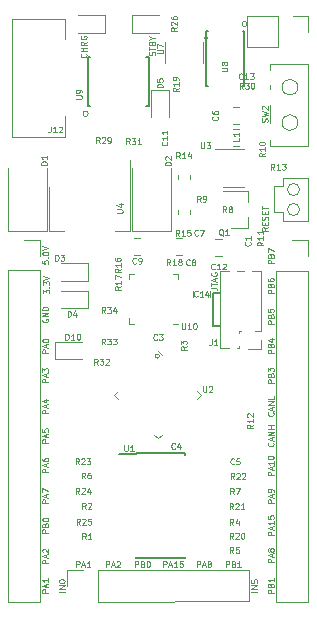
<source format=gbr>
G04 #@! TF.GenerationSoftware,KiCad,Pcbnew,(5.1.5)-3*
G04 #@! TF.CreationDate,2020-06-10T22:37:02-05:00*
G04 #@! TF.ProjectId,LuminaryVer2,4c756d69-6e61-4727-9956-6572322e6b69,rev?*
G04 #@! TF.SameCoordinates,Original*
G04 #@! TF.FileFunction,Legend,Top*
G04 #@! TF.FilePolarity,Positive*
%FSLAX46Y46*%
G04 Gerber Fmt 4.6, Leading zero omitted, Abs format (unit mm)*
G04 Created by KiCad (PCBNEW (5.1.5)-3) date 2020-06-10 22:37:02*
%MOMM*%
%LPD*%
G04 APERTURE LIST*
%ADD10C,0.100000*%
%ADD11C,0.150000*%
%ADD12C,0.120000*%
G04 APERTURE END LIST*
D10*
X228226190Y-73308333D02*
X228583333Y-73308333D01*
X228654761Y-73332142D01*
X228702380Y-73379761D01*
X228726190Y-73451190D01*
X228726190Y-73498809D01*
X228226190Y-73141666D02*
X228226190Y-72855952D01*
X228726190Y-72998809D02*
X228226190Y-72998809D01*
X228583333Y-72713095D02*
X228583333Y-72475000D01*
X228726190Y-72760714D02*
X228226190Y-72594047D01*
X228726190Y-72427380D01*
X228250000Y-71998809D02*
X228226190Y-72046428D01*
X228226190Y-72117857D01*
X228250000Y-72189285D01*
X228297619Y-72236904D01*
X228345238Y-72260714D01*
X228440476Y-72284523D01*
X228511904Y-72284523D01*
X228607142Y-72260714D01*
X228654761Y-72236904D01*
X228702380Y-72189285D01*
X228726190Y-72117857D01*
X228726190Y-72070238D01*
X228702380Y-71998809D01*
X228678571Y-71975000D01*
X228511904Y-71975000D01*
X228511904Y-72070238D01*
D11*
X228400000Y-76500000D02*
X228950000Y-76500000D01*
X228400000Y-73750000D02*
X228400000Y-76500000D01*
X228950000Y-73750000D02*
X228400000Y-73750000D01*
D12*
X231400000Y-97150000D02*
X218650000Y-97150000D01*
X231400000Y-99800000D02*
X231400000Y-97150000D01*
X218650000Y-99850000D02*
X231400000Y-99800000D01*
X218650000Y-97150000D02*
X218650000Y-99850000D01*
X216050000Y-97150000D02*
X217400000Y-97150000D01*
X216050000Y-98500000D02*
X216050000Y-97150000D01*
X211050000Y-99850000D02*
X211050000Y-71800000D01*
X213750000Y-99850000D02*
X211050000Y-99850000D01*
X213750000Y-71800000D02*
X213750000Y-99850000D01*
X211050000Y-71800000D02*
X213750000Y-71800000D01*
X213750000Y-69200000D02*
X213750000Y-70550000D01*
X212400000Y-69200000D02*
X213750000Y-69200000D01*
X236450000Y-69250000D02*
X236450000Y-70550000D01*
X235100000Y-69250000D02*
X236450000Y-69250000D01*
X233750000Y-99850000D02*
X233750000Y-71850000D01*
X236450000Y-99850000D02*
X233750000Y-99850000D01*
X236450000Y-71850000D02*
X236450000Y-99850000D01*
X233800000Y-71850000D02*
X236450000Y-71850000D01*
D10*
X233026190Y-68176190D02*
X232788095Y-68342857D01*
X233026190Y-68461904D02*
X232526190Y-68461904D01*
X232526190Y-68271428D01*
X232550000Y-68223809D01*
X232573809Y-68200000D01*
X232621428Y-68176190D01*
X232692857Y-68176190D01*
X232740476Y-68200000D01*
X232764285Y-68223809D01*
X232788095Y-68271428D01*
X232788095Y-68461904D01*
X232764285Y-67961904D02*
X232764285Y-67795238D01*
X233026190Y-67723809D02*
X233026190Y-67961904D01*
X232526190Y-67961904D01*
X232526190Y-67723809D01*
X233002380Y-67533333D02*
X233026190Y-67461904D01*
X233026190Y-67342857D01*
X233002380Y-67295238D01*
X232978571Y-67271428D01*
X232930952Y-67247619D01*
X232883333Y-67247619D01*
X232835714Y-67271428D01*
X232811904Y-67295238D01*
X232788095Y-67342857D01*
X232764285Y-67438095D01*
X232740476Y-67485714D01*
X232716666Y-67509523D01*
X232669047Y-67533333D01*
X232621428Y-67533333D01*
X232573809Y-67509523D01*
X232550000Y-67485714D01*
X232526190Y-67438095D01*
X232526190Y-67319047D01*
X232550000Y-67247619D01*
X232764285Y-67033333D02*
X232764285Y-66866666D01*
X233026190Y-66795238D02*
X233026190Y-67033333D01*
X232526190Y-67033333D01*
X232526190Y-66795238D01*
X232526190Y-66652380D02*
X232526190Y-66366666D01*
X233026190Y-66509523D02*
X232526190Y-66509523D01*
X233526190Y-99119047D02*
X233026190Y-99119047D01*
X233026190Y-98928571D01*
X233050000Y-98880952D01*
X233073809Y-98857142D01*
X233121428Y-98833333D01*
X233192857Y-98833333D01*
X233240476Y-98857142D01*
X233264285Y-98880952D01*
X233288095Y-98928571D01*
X233288095Y-99119047D01*
X233264285Y-98452380D02*
X233288095Y-98380952D01*
X233311904Y-98357142D01*
X233359523Y-98333333D01*
X233430952Y-98333333D01*
X233478571Y-98357142D01*
X233502380Y-98380952D01*
X233526190Y-98428571D01*
X233526190Y-98619047D01*
X233026190Y-98619047D01*
X233026190Y-98452380D01*
X233050000Y-98404761D01*
X233073809Y-98380952D01*
X233121428Y-98357142D01*
X233169047Y-98357142D01*
X233216666Y-98380952D01*
X233240476Y-98404761D01*
X233264285Y-98452380D01*
X233264285Y-98619047D01*
X233526190Y-97857142D02*
X233526190Y-98142857D01*
X233526190Y-98000000D02*
X233026190Y-98000000D01*
X233097619Y-98047619D01*
X233145238Y-98095238D01*
X233169047Y-98142857D01*
X233526190Y-96533333D02*
X233026190Y-96533333D01*
X233026190Y-96342857D01*
X233050000Y-96295238D01*
X233073809Y-96271428D01*
X233121428Y-96247619D01*
X233192857Y-96247619D01*
X233240476Y-96271428D01*
X233264285Y-96295238D01*
X233288095Y-96342857D01*
X233288095Y-96533333D01*
X233383333Y-96057142D02*
X233383333Y-95819047D01*
X233526190Y-96104761D02*
X233026190Y-95938095D01*
X233526190Y-95771428D01*
X233240476Y-95533333D02*
X233216666Y-95580952D01*
X233192857Y-95604761D01*
X233145238Y-95628571D01*
X233121428Y-95628571D01*
X233073809Y-95604761D01*
X233050000Y-95580952D01*
X233026190Y-95533333D01*
X233026190Y-95438095D01*
X233050000Y-95390476D01*
X233073809Y-95366666D01*
X233121428Y-95342857D01*
X233145238Y-95342857D01*
X233192857Y-95366666D01*
X233216666Y-95390476D01*
X233240476Y-95438095D01*
X233240476Y-95533333D01*
X233264285Y-95580952D01*
X233288095Y-95604761D01*
X233335714Y-95628571D01*
X233430952Y-95628571D01*
X233478571Y-95604761D01*
X233502380Y-95580952D01*
X233526190Y-95533333D01*
X233526190Y-95438095D01*
X233502380Y-95390476D01*
X233478571Y-95366666D01*
X233430952Y-95342857D01*
X233335714Y-95342857D01*
X233288095Y-95366666D01*
X233264285Y-95390476D01*
X233240476Y-95438095D01*
X233526190Y-94221428D02*
X233026190Y-94221428D01*
X233026190Y-94030952D01*
X233050000Y-93983333D01*
X233073809Y-93959523D01*
X233121428Y-93935714D01*
X233192857Y-93935714D01*
X233240476Y-93959523D01*
X233264285Y-93983333D01*
X233288095Y-94030952D01*
X233288095Y-94221428D01*
X233383333Y-93745238D02*
X233383333Y-93507142D01*
X233526190Y-93792857D02*
X233026190Y-93626190D01*
X233526190Y-93459523D01*
X233526190Y-93030952D02*
X233526190Y-93316666D01*
X233526190Y-93173809D02*
X233026190Y-93173809D01*
X233097619Y-93221428D01*
X233145238Y-93269047D01*
X233169047Y-93316666D01*
X233026190Y-92578571D02*
X233026190Y-92816666D01*
X233264285Y-92840476D01*
X233240476Y-92816666D01*
X233216666Y-92769047D01*
X233216666Y-92650000D01*
X233240476Y-92602380D01*
X233264285Y-92578571D01*
X233311904Y-92554761D01*
X233430952Y-92554761D01*
X233478571Y-92578571D01*
X233502380Y-92602380D01*
X233526190Y-92650000D01*
X233526190Y-92769047D01*
X233502380Y-92816666D01*
X233478571Y-92840476D01*
X233526190Y-91483333D02*
X233026190Y-91483333D01*
X233026190Y-91292857D01*
X233050000Y-91245238D01*
X233073809Y-91221428D01*
X233121428Y-91197619D01*
X233192857Y-91197619D01*
X233240476Y-91221428D01*
X233264285Y-91245238D01*
X233288095Y-91292857D01*
X233288095Y-91483333D01*
X233383333Y-91007142D02*
X233383333Y-90769047D01*
X233526190Y-91054761D02*
X233026190Y-90888095D01*
X233526190Y-90721428D01*
X233526190Y-90530952D02*
X233526190Y-90435714D01*
X233502380Y-90388095D01*
X233478571Y-90364285D01*
X233407142Y-90316666D01*
X233311904Y-90292857D01*
X233121428Y-90292857D01*
X233073809Y-90316666D01*
X233050000Y-90340476D01*
X233026190Y-90388095D01*
X233026190Y-90483333D01*
X233050000Y-90530952D01*
X233073809Y-90554761D01*
X233121428Y-90578571D01*
X233240476Y-90578571D01*
X233288095Y-90554761D01*
X233311904Y-90530952D01*
X233335714Y-90483333D01*
X233335714Y-90388095D01*
X233311904Y-90340476D01*
X233288095Y-90316666D01*
X233240476Y-90292857D01*
X233526190Y-89171428D02*
X233026190Y-89171428D01*
X233026190Y-88980952D01*
X233050000Y-88933333D01*
X233073809Y-88909523D01*
X233121428Y-88885714D01*
X233192857Y-88885714D01*
X233240476Y-88909523D01*
X233264285Y-88933333D01*
X233288095Y-88980952D01*
X233288095Y-89171428D01*
X233383333Y-88695238D02*
X233383333Y-88457142D01*
X233526190Y-88742857D02*
X233026190Y-88576190D01*
X233526190Y-88409523D01*
X233526190Y-87980952D02*
X233526190Y-88266666D01*
X233526190Y-88123809D02*
X233026190Y-88123809D01*
X233097619Y-88171428D01*
X233145238Y-88219047D01*
X233169047Y-88266666D01*
X233026190Y-87671428D02*
X233026190Y-87623809D01*
X233050000Y-87576190D01*
X233073809Y-87552380D01*
X233121428Y-87528571D01*
X233216666Y-87504761D01*
X233335714Y-87504761D01*
X233430952Y-87528571D01*
X233478571Y-87552380D01*
X233502380Y-87576190D01*
X233526190Y-87623809D01*
X233526190Y-87671428D01*
X233502380Y-87719047D01*
X233478571Y-87742857D01*
X233430952Y-87766666D01*
X233335714Y-87790476D01*
X233216666Y-87790476D01*
X233121428Y-87766666D01*
X233073809Y-87742857D01*
X233050000Y-87719047D01*
X233026190Y-87671428D01*
X233478571Y-86383333D02*
X233502380Y-86407142D01*
X233526190Y-86478571D01*
X233526190Y-86526190D01*
X233502380Y-86597619D01*
X233454761Y-86645238D01*
X233407142Y-86669047D01*
X233311904Y-86692857D01*
X233240476Y-86692857D01*
X233145238Y-86669047D01*
X233097619Y-86645238D01*
X233050000Y-86597619D01*
X233026190Y-86526190D01*
X233026190Y-86478571D01*
X233050000Y-86407142D01*
X233073809Y-86383333D01*
X233383333Y-86192857D02*
X233383333Y-85954761D01*
X233526190Y-86240476D02*
X233026190Y-86073809D01*
X233526190Y-85907142D01*
X233526190Y-85740476D02*
X233026190Y-85740476D01*
X233526190Y-85454761D01*
X233026190Y-85454761D01*
X233526190Y-85216666D02*
X233026190Y-85216666D01*
X233264285Y-85216666D02*
X233264285Y-84930952D01*
X233526190Y-84930952D02*
X233026190Y-84930952D01*
X233478571Y-83823809D02*
X233502380Y-83847619D01*
X233526190Y-83919047D01*
X233526190Y-83966666D01*
X233502380Y-84038095D01*
X233454761Y-84085714D01*
X233407142Y-84109523D01*
X233311904Y-84133333D01*
X233240476Y-84133333D01*
X233145238Y-84109523D01*
X233097619Y-84085714D01*
X233050000Y-84038095D01*
X233026190Y-83966666D01*
X233026190Y-83919047D01*
X233050000Y-83847619D01*
X233073809Y-83823809D01*
X233383333Y-83633333D02*
X233383333Y-83395238D01*
X233526190Y-83680952D02*
X233026190Y-83514285D01*
X233526190Y-83347619D01*
X233526190Y-83180952D02*
X233026190Y-83180952D01*
X233526190Y-82895238D01*
X233026190Y-82895238D01*
X233526190Y-82419047D02*
X233526190Y-82657142D01*
X233026190Y-82657142D01*
X233526190Y-81319047D02*
X233026190Y-81319047D01*
X233026190Y-81128571D01*
X233050000Y-81080952D01*
X233073809Y-81057142D01*
X233121428Y-81033333D01*
X233192857Y-81033333D01*
X233240476Y-81057142D01*
X233264285Y-81080952D01*
X233288095Y-81128571D01*
X233288095Y-81319047D01*
X233264285Y-80652380D02*
X233288095Y-80580952D01*
X233311904Y-80557142D01*
X233359523Y-80533333D01*
X233430952Y-80533333D01*
X233478571Y-80557142D01*
X233502380Y-80580952D01*
X233526190Y-80628571D01*
X233526190Y-80819047D01*
X233026190Y-80819047D01*
X233026190Y-80652380D01*
X233050000Y-80604761D01*
X233073809Y-80580952D01*
X233121428Y-80557142D01*
X233169047Y-80557142D01*
X233216666Y-80580952D01*
X233240476Y-80604761D01*
X233264285Y-80652380D01*
X233264285Y-80819047D01*
X233026190Y-80366666D02*
X233026190Y-80057142D01*
X233216666Y-80223809D01*
X233216666Y-80152380D01*
X233240476Y-80104761D01*
X233264285Y-80080952D01*
X233311904Y-80057142D01*
X233430952Y-80057142D01*
X233478571Y-80080952D01*
X233502380Y-80104761D01*
X233526190Y-80152380D01*
X233526190Y-80295238D01*
X233502380Y-80342857D01*
X233478571Y-80366666D01*
X233526190Y-78819047D02*
X233026190Y-78819047D01*
X233026190Y-78628571D01*
X233050000Y-78580952D01*
X233073809Y-78557142D01*
X233121428Y-78533333D01*
X233192857Y-78533333D01*
X233240476Y-78557142D01*
X233264285Y-78580952D01*
X233288095Y-78628571D01*
X233288095Y-78819047D01*
X233264285Y-78152380D02*
X233288095Y-78080952D01*
X233311904Y-78057142D01*
X233359523Y-78033333D01*
X233430952Y-78033333D01*
X233478571Y-78057142D01*
X233502380Y-78080952D01*
X233526190Y-78128571D01*
X233526190Y-78319047D01*
X233026190Y-78319047D01*
X233026190Y-78152380D01*
X233050000Y-78104761D01*
X233073809Y-78080952D01*
X233121428Y-78057142D01*
X233169047Y-78057142D01*
X233216666Y-78080952D01*
X233240476Y-78104761D01*
X233264285Y-78152380D01*
X233264285Y-78319047D01*
X233192857Y-77604761D02*
X233526190Y-77604761D01*
X233002380Y-77723809D02*
X233359523Y-77842857D01*
X233359523Y-77533333D01*
X233526190Y-76319047D02*
X233026190Y-76319047D01*
X233026190Y-76128571D01*
X233050000Y-76080952D01*
X233073809Y-76057142D01*
X233121428Y-76033333D01*
X233192857Y-76033333D01*
X233240476Y-76057142D01*
X233264285Y-76080952D01*
X233288095Y-76128571D01*
X233288095Y-76319047D01*
X233264285Y-75652380D02*
X233288095Y-75580952D01*
X233311904Y-75557142D01*
X233359523Y-75533333D01*
X233430952Y-75533333D01*
X233478571Y-75557142D01*
X233502380Y-75580952D01*
X233526190Y-75628571D01*
X233526190Y-75819047D01*
X233026190Y-75819047D01*
X233026190Y-75652380D01*
X233050000Y-75604761D01*
X233073809Y-75580952D01*
X233121428Y-75557142D01*
X233169047Y-75557142D01*
X233216666Y-75580952D01*
X233240476Y-75604761D01*
X233264285Y-75652380D01*
X233264285Y-75819047D01*
X233026190Y-75080952D02*
X233026190Y-75319047D01*
X233264285Y-75342857D01*
X233240476Y-75319047D01*
X233216666Y-75271428D01*
X233216666Y-75152380D01*
X233240476Y-75104761D01*
X233264285Y-75080952D01*
X233311904Y-75057142D01*
X233430952Y-75057142D01*
X233478571Y-75080952D01*
X233502380Y-75104761D01*
X233526190Y-75152380D01*
X233526190Y-75271428D01*
X233502380Y-75319047D01*
X233478571Y-75342857D01*
X233526190Y-73719047D02*
X233026190Y-73719047D01*
X233026190Y-73528571D01*
X233050000Y-73480952D01*
X233073809Y-73457142D01*
X233121428Y-73433333D01*
X233192857Y-73433333D01*
X233240476Y-73457142D01*
X233264285Y-73480952D01*
X233288095Y-73528571D01*
X233288095Y-73719047D01*
X233264285Y-73052380D02*
X233288095Y-72980952D01*
X233311904Y-72957142D01*
X233359523Y-72933333D01*
X233430952Y-72933333D01*
X233478571Y-72957142D01*
X233502380Y-72980952D01*
X233526190Y-73028571D01*
X233526190Y-73219047D01*
X233026190Y-73219047D01*
X233026190Y-73052380D01*
X233050000Y-73004761D01*
X233073809Y-72980952D01*
X233121428Y-72957142D01*
X233169047Y-72957142D01*
X233216666Y-72980952D01*
X233240476Y-73004761D01*
X233264285Y-73052380D01*
X233264285Y-73219047D01*
X233026190Y-72504761D02*
X233026190Y-72600000D01*
X233050000Y-72647619D01*
X233073809Y-72671428D01*
X233145238Y-72719047D01*
X233240476Y-72742857D01*
X233430952Y-72742857D01*
X233478571Y-72719047D01*
X233502380Y-72695238D01*
X233526190Y-72647619D01*
X233526190Y-72552380D01*
X233502380Y-72504761D01*
X233478571Y-72480952D01*
X233430952Y-72457142D01*
X233311904Y-72457142D01*
X233264285Y-72480952D01*
X233240476Y-72504761D01*
X233216666Y-72552380D01*
X233216666Y-72647619D01*
X233240476Y-72695238D01*
X233264285Y-72719047D01*
X233311904Y-72742857D01*
X233526190Y-71219047D02*
X233026190Y-71219047D01*
X233026190Y-71028571D01*
X233050000Y-70980952D01*
X233073809Y-70957142D01*
X233121428Y-70933333D01*
X233192857Y-70933333D01*
X233240476Y-70957142D01*
X233264285Y-70980952D01*
X233288095Y-71028571D01*
X233288095Y-71219047D01*
X233264285Y-70552380D02*
X233288095Y-70480952D01*
X233311904Y-70457142D01*
X233359523Y-70433333D01*
X233430952Y-70433333D01*
X233478571Y-70457142D01*
X233502380Y-70480952D01*
X233526190Y-70528571D01*
X233526190Y-70719047D01*
X233026190Y-70719047D01*
X233026190Y-70552380D01*
X233050000Y-70504761D01*
X233073809Y-70480952D01*
X233121428Y-70457142D01*
X233169047Y-70457142D01*
X233216666Y-70480952D01*
X233240476Y-70504761D01*
X233264285Y-70552380D01*
X233264285Y-70719047D01*
X233026190Y-70266666D02*
X233026190Y-69933333D01*
X233526190Y-70147619D01*
X221780952Y-96926190D02*
X221780952Y-96426190D01*
X221971428Y-96426190D01*
X222019047Y-96450000D01*
X222042857Y-96473809D01*
X222066666Y-96521428D01*
X222066666Y-96592857D01*
X222042857Y-96640476D01*
X222019047Y-96664285D01*
X221971428Y-96688095D01*
X221780952Y-96688095D01*
X222447619Y-96664285D02*
X222519047Y-96688095D01*
X222542857Y-96711904D01*
X222566666Y-96759523D01*
X222566666Y-96830952D01*
X222542857Y-96878571D01*
X222519047Y-96902380D01*
X222471428Y-96926190D01*
X222280952Y-96926190D01*
X222280952Y-96426190D01*
X222447619Y-96426190D01*
X222495238Y-96450000D01*
X222519047Y-96473809D01*
X222542857Y-96521428D01*
X222542857Y-96569047D01*
X222519047Y-96616666D01*
X222495238Y-96640476D01*
X222447619Y-96664285D01*
X222280952Y-96664285D01*
X222876190Y-96426190D02*
X222923809Y-96426190D01*
X222971428Y-96450000D01*
X222995238Y-96473809D01*
X223019047Y-96521428D01*
X223042857Y-96616666D01*
X223042857Y-96735714D01*
X223019047Y-96830952D01*
X222995238Y-96878571D01*
X222971428Y-96902380D01*
X222923809Y-96926190D01*
X222876190Y-96926190D01*
X222828571Y-96902380D01*
X222804761Y-96878571D01*
X222780952Y-96830952D01*
X222757142Y-96735714D01*
X222757142Y-96616666D01*
X222780952Y-96521428D01*
X222804761Y-96473809D01*
X222828571Y-96450000D01*
X222876190Y-96426190D01*
X229480952Y-96926190D02*
X229480952Y-96426190D01*
X229671428Y-96426190D01*
X229719047Y-96450000D01*
X229742857Y-96473809D01*
X229766666Y-96521428D01*
X229766666Y-96592857D01*
X229742857Y-96640476D01*
X229719047Y-96664285D01*
X229671428Y-96688095D01*
X229480952Y-96688095D01*
X230147619Y-96664285D02*
X230219047Y-96688095D01*
X230242857Y-96711904D01*
X230266666Y-96759523D01*
X230266666Y-96830952D01*
X230242857Y-96878571D01*
X230219047Y-96902380D01*
X230171428Y-96926190D01*
X229980952Y-96926190D01*
X229980952Y-96426190D01*
X230147619Y-96426190D01*
X230195238Y-96450000D01*
X230219047Y-96473809D01*
X230242857Y-96521428D01*
X230242857Y-96569047D01*
X230219047Y-96616666D01*
X230195238Y-96640476D01*
X230147619Y-96664285D01*
X229980952Y-96664285D01*
X230742857Y-96926190D02*
X230457142Y-96926190D01*
X230600000Y-96926190D02*
X230600000Y-96426190D01*
X230552380Y-96497619D01*
X230504761Y-96545238D01*
X230457142Y-96569047D01*
X227016666Y-96926190D02*
X227016666Y-96426190D01*
X227207142Y-96426190D01*
X227254761Y-96450000D01*
X227278571Y-96473809D01*
X227302380Y-96521428D01*
X227302380Y-96592857D01*
X227278571Y-96640476D01*
X227254761Y-96664285D01*
X227207142Y-96688095D01*
X227016666Y-96688095D01*
X227492857Y-96783333D02*
X227730952Y-96783333D01*
X227445238Y-96926190D02*
X227611904Y-96426190D01*
X227778571Y-96926190D01*
X228016666Y-96640476D02*
X227969047Y-96616666D01*
X227945238Y-96592857D01*
X227921428Y-96545238D01*
X227921428Y-96521428D01*
X227945238Y-96473809D01*
X227969047Y-96450000D01*
X228016666Y-96426190D01*
X228111904Y-96426190D01*
X228159523Y-96450000D01*
X228183333Y-96473809D01*
X228207142Y-96521428D01*
X228207142Y-96545238D01*
X228183333Y-96592857D01*
X228159523Y-96616666D01*
X228111904Y-96640476D01*
X228016666Y-96640476D01*
X227969047Y-96664285D01*
X227945238Y-96688095D01*
X227921428Y-96735714D01*
X227921428Y-96830952D01*
X227945238Y-96878571D01*
X227969047Y-96902380D01*
X228016666Y-96926190D01*
X228111904Y-96926190D01*
X228159523Y-96902380D01*
X228183333Y-96878571D01*
X228207142Y-96830952D01*
X228207142Y-96735714D01*
X228183333Y-96688095D01*
X228159523Y-96664285D01*
X228111904Y-96640476D01*
X224178571Y-96926190D02*
X224178571Y-96426190D01*
X224369047Y-96426190D01*
X224416666Y-96450000D01*
X224440476Y-96473809D01*
X224464285Y-96521428D01*
X224464285Y-96592857D01*
X224440476Y-96640476D01*
X224416666Y-96664285D01*
X224369047Y-96688095D01*
X224178571Y-96688095D01*
X224654761Y-96783333D02*
X224892857Y-96783333D01*
X224607142Y-96926190D02*
X224773809Y-96426190D01*
X224940476Y-96926190D01*
X225369047Y-96926190D02*
X225083333Y-96926190D01*
X225226190Y-96926190D02*
X225226190Y-96426190D01*
X225178571Y-96497619D01*
X225130952Y-96545238D01*
X225083333Y-96569047D01*
X225821428Y-96426190D02*
X225583333Y-96426190D01*
X225559523Y-96664285D01*
X225583333Y-96640476D01*
X225630952Y-96616666D01*
X225750000Y-96616666D01*
X225797619Y-96640476D01*
X225821428Y-96664285D01*
X225845238Y-96711904D01*
X225845238Y-96830952D01*
X225821428Y-96878571D01*
X225797619Y-96902380D01*
X225750000Y-96926190D01*
X225630952Y-96926190D01*
X225583333Y-96902380D01*
X225559523Y-96878571D01*
X216816666Y-96926190D02*
X216816666Y-96426190D01*
X217007142Y-96426190D01*
X217054761Y-96450000D01*
X217078571Y-96473809D01*
X217102380Y-96521428D01*
X217102380Y-96592857D01*
X217078571Y-96640476D01*
X217054761Y-96664285D01*
X217007142Y-96688095D01*
X216816666Y-96688095D01*
X217292857Y-96783333D02*
X217530952Y-96783333D01*
X217245238Y-96926190D02*
X217411904Y-96426190D01*
X217578571Y-96926190D01*
X218007142Y-96926190D02*
X217721428Y-96926190D01*
X217864285Y-96926190D02*
X217864285Y-96426190D01*
X217816666Y-96497619D01*
X217769047Y-96545238D01*
X217721428Y-96569047D01*
X232126190Y-99000000D02*
X231626190Y-99000000D01*
X232126190Y-98761904D02*
X231626190Y-98761904D01*
X232126190Y-98476190D01*
X231626190Y-98476190D01*
X231626190Y-98000000D02*
X231626190Y-98238095D01*
X231864285Y-98261904D01*
X231840476Y-98238095D01*
X231816666Y-98190476D01*
X231816666Y-98071428D01*
X231840476Y-98023809D01*
X231864285Y-98000000D01*
X231911904Y-97976190D01*
X232030952Y-97976190D01*
X232078571Y-98000000D01*
X232102380Y-98023809D01*
X232126190Y-98071428D01*
X232126190Y-98190476D01*
X232102380Y-98238095D01*
X232078571Y-98261904D01*
X219316666Y-96926190D02*
X219316666Y-96426190D01*
X219507142Y-96426190D01*
X219554761Y-96450000D01*
X219578571Y-96473809D01*
X219602380Y-96521428D01*
X219602380Y-96592857D01*
X219578571Y-96640476D01*
X219554761Y-96664285D01*
X219507142Y-96688095D01*
X219316666Y-96688095D01*
X219792857Y-96783333D02*
X220030952Y-96783333D01*
X219745238Y-96926190D02*
X219911904Y-96426190D01*
X220078571Y-96926190D01*
X220221428Y-96473809D02*
X220245238Y-96450000D01*
X220292857Y-96426190D01*
X220411904Y-96426190D01*
X220459523Y-96450000D01*
X220483333Y-96473809D01*
X220507142Y-96521428D01*
X220507142Y-96569047D01*
X220483333Y-96640476D01*
X220197619Y-96926190D01*
X220507142Y-96926190D01*
X215826190Y-99000000D02*
X215326190Y-99000000D01*
X215826190Y-98761904D02*
X215326190Y-98761904D01*
X215826190Y-98476190D01*
X215326190Y-98476190D01*
X215326190Y-98142857D02*
X215326190Y-98095238D01*
X215350000Y-98047619D01*
X215373809Y-98023809D01*
X215421428Y-98000000D01*
X215516666Y-97976190D01*
X215635714Y-97976190D01*
X215730952Y-98000000D01*
X215778571Y-98023809D01*
X215802380Y-98047619D01*
X215826190Y-98095238D01*
X215826190Y-98142857D01*
X215802380Y-98190476D01*
X215778571Y-98214285D01*
X215730952Y-98238095D01*
X215635714Y-98261904D01*
X215516666Y-98261904D01*
X215421428Y-98238095D01*
X215373809Y-98214285D01*
X215350000Y-98190476D01*
X215326190Y-98142857D01*
X214426190Y-99083333D02*
X213926190Y-99083333D01*
X213926190Y-98892857D01*
X213950000Y-98845238D01*
X213973809Y-98821428D01*
X214021428Y-98797619D01*
X214092857Y-98797619D01*
X214140476Y-98821428D01*
X214164285Y-98845238D01*
X214188095Y-98892857D01*
X214188095Y-99083333D01*
X214283333Y-98607142D02*
X214283333Y-98369047D01*
X214426190Y-98654761D02*
X213926190Y-98488095D01*
X214426190Y-98321428D01*
X214426190Y-97892857D02*
X214426190Y-98178571D01*
X214426190Y-98035714D02*
X213926190Y-98035714D01*
X213997619Y-98083333D01*
X214045238Y-98130952D01*
X214069047Y-98178571D01*
X214426190Y-96583333D02*
X213926190Y-96583333D01*
X213926190Y-96392857D01*
X213950000Y-96345238D01*
X213973809Y-96321428D01*
X214021428Y-96297619D01*
X214092857Y-96297619D01*
X214140476Y-96321428D01*
X214164285Y-96345238D01*
X214188095Y-96392857D01*
X214188095Y-96583333D01*
X214283333Y-96107142D02*
X214283333Y-95869047D01*
X214426190Y-96154761D02*
X213926190Y-95988095D01*
X214426190Y-95821428D01*
X213973809Y-95678571D02*
X213950000Y-95654761D01*
X213926190Y-95607142D01*
X213926190Y-95488095D01*
X213950000Y-95440476D01*
X213973809Y-95416666D01*
X214021428Y-95392857D01*
X214069047Y-95392857D01*
X214140476Y-95416666D01*
X214426190Y-95702380D01*
X214426190Y-95392857D01*
X214426190Y-94019047D02*
X213926190Y-94019047D01*
X213926190Y-93828571D01*
X213950000Y-93780952D01*
X213973809Y-93757142D01*
X214021428Y-93733333D01*
X214092857Y-93733333D01*
X214140476Y-93757142D01*
X214164285Y-93780952D01*
X214188095Y-93828571D01*
X214188095Y-94019047D01*
X214164285Y-93352380D02*
X214188095Y-93280952D01*
X214211904Y-93257142D01*
X214259523Y-93233333D01*
X214330952Y-93233333D01*
X214378571Y-93257142D01*
X214402380Y-93280952D01*
X214426190Y-93328571D01*
X214426190Y-93519047D01*
X213926190Y-93519047D01*
X213926190Y-93352380D01*
X213950000Y-93304761D01*
X213973809Y-93280952D01*
X214021428Y-93257142D01*
X214069047Y-93257142D01*
X214116666Y-93280952D01*
X214140476Y-93304761D01*
X214164285Y-93352380D01*
X214164285Y-93519047D01*
X213926190Y-92923809D02*
X213926190Y-92876190D01*
X213950000Y-92828571D01*
X213973809Y-92804761D01*
X214021428Y-92780952D01*
X214116666Y-92757142D01*
X214235714Y-92757142D01*
X214330952Y-92780952D01*
X214378571Y-92804761D01*
X214402380Y-92828571D01*
X214426190Y-92876190D01*
X214426190Y-92923809D01*
X214402380Y-92971428D01*
X214378571Y-92995238D01*
X214330952Y-93019047D01*
X214235714Y-93042857D01*
X214116666Y-93042857D01*
X214021428Y-93019047D01*
X213973809Y-92995238D01*
X213950000Y-92971428D01*
X213926190Y-92923809D01*
X214426190Y-91483333D02*
X213926190Y-91483333D01*
X213926190Y-91292857D01*
X213950000Y-91245238D01*
X213973809Y-91221428D01*
X214021428Y-91197619D01*
X214092857Y-91197619D01*
X214140476Y-91221428D01*
X214164285Y-91245238D01*
X214188095Y-91292857D01*
X214188095Y-91483333D01*
X214283333Y-91007142D02*
X214283333Y-90769047D01*
X214426190Y-91054761D02*
X213926190Y-90888095D01*
X214426190Y-90721428D01*
X213926190Y-90602380D02*
X213926190Y-90269047D01*
X214426190Y-90483333D01*
X214426190Y-88883333D02*
X213926190Y-88883333D01*
X213926190Y-88692857D01*
X213950000Y-88645238D01*
X213973809Y-88621428D01*
X214021428Y-88597619D01*
X214092857Y-88597619D01*
X214140476Y-88621428D01*
X214164285Y-88645238D01*
X214188095Y-88692857D01*
X214188095Y-88883333D01*
X214283333Y-88407142D02*
X214283333Y-88169047D01*
X214426190Y-88454761D02*
X213926190Y-88288095D01*
X214426190Y-88121428D01*
X213926190Y-87740476D02*
X213926190Y-87835714D01*
X213950000Y-87883333D01*
X213973809Y-87907142D01*
X214045238Y-87954761D01*
X214140476Y-87978571D01*
X214330952Y-87978571D01*
X214378571Y-87954761D01*
X214402380Y-87930952D01*
X214426190Y-87883333D01*
X214426190Y-87788095D01*
X214402380Y-87740476D01*
X214378571Y-87716666D01*
X214330952Y-87692857D01*
X214211904Y-87692857D01*
X214164285Y-87716666D01*
X214140476Y-87740476D01*
X214116666Y-87788095D01*
X214116666Y-87883333D01*
X214140476Y-87930952D01*
X214164285Y-87954761D01*
X214211904Y-87978571D01*
X214426190Y-86383333D02*
X213926190Y-86383333D01*
X213926190Y-86192857D01*
X213950000Y-86145238D01*
X213973809Y-86121428D01*
X214021428Y-86097619D01*
X214092857Y-86097619D01*
X214140476Y-86121428D01*
X214164285Y-86145238D01*
X214188095Y-86192857D01*
X214188095Y-86383333D01*
X214283333Y-85907142D02*
X214283333Y-85669047D01*
X214426190Y-85954761D02*
X213926190Y-85788095D01*
X214426190Y-85621428D01*
X213926190Y-85216666D02*
X213926190Y-85454761D01*
X214164285Y-85478571D01*
X214140476Y-85454761D01*
X214116666Y-85407142D01*
X214116666Y-85288095D01*
X214140476Y-85240476D01*
X214164285Y-85216666D01*
X214211904Y-85192857D01*
X214330952Y-85192857D01*
X214378571Y-85216666D01*
X214402380Y-85240476D01*
X214426190Y-85288095D01*
X214426190Y-85407142D01*
X214402380Y-85454761D01*
X214378571Y-85478571D01*
X214426190Y-83883333D02*
X213926190Y-83883333D01*
X213926190Y-83692857D01*
X213950000Y-83645238D01*
X213973809Y-83621428D01*
X214021428Y-83597619D01*
X214092857Y-83597619D01*
X214140476Y-83621428D01*
X214164285Y-83645238D01*
X214188095Y-83692857D01*
X214188095Y-83883333D01*
X214283333Y-83407142D02*
X214283333Y-83169047D01*
X214426190Y-83454761D02*
X213926190Y-83288095D01*
X214426190Y-83121428D01*
X214092857Y-82740476D02*
X214426190Y-82740476D01*
X213902380Y-82859523D02*
X214259523Y-82978571D01*
X214259523Y-82669047D01*
X214426190Y-81283333D02*
X213926190Y-81283333D01*
X213926190Y-81092857D01*
X213950000Y-81045238D01*
X213973809Y-81021428D01*
X214021428Y-80997619D01*
X214092857Y-80997619D01*
X214140476Y-81021428D01*
X214164285Y-81045238D01*
X214188095Y-81092857D01*
X214188095Y-81283333D01*
X214283333Y-80807142D02*
X214283333Y-80569047D01*
X214426190Y-80854761D02*
X213926190Y-80688095D01*
X214426190Y-80521428D01*
X213926190Y-80402380D02*
X213926190Y-80092857D01*
X214116666Y-80259523D01*
X214116666Y-80188095D01*
X214140476Y-80140476D01*
X214164285Y-80116666D01*
X214211904Y-80092857D01*
X214330952Y-80092857D01*
X214378571Y-80116666D01*
X214402380Y-80140476D01*
X214426190Y-80188095D01*
X214426190Y-80330952D01*
X214402380Y-80378571D01*
X214378571Y-80402380D01*
X214426190Y-78783333D02*
X213926190Y-78783333D01*
X213926190Y-78592857D01*
X213950000Y-78545238D01*
X213973809Y-78521428D01*
X214021428Y-78497619D01*
X214092857Y-78497619D01*
X214140476Y-78521428D01*
X214164285Y-78545238D01*
X214188095Y-78592857D01*
X214188095Y-78783333D01*
X214283333Y-78307142D02*
X214283333Y-78069047D01*
X214426190Y-78354761D02*
X213926190Y-78188095D01*
X214426190Y-78021428D01*
X213926190Y-77759523D02*
X213926190Y-77711904D01*
X213950000Y-77664285D01*
X213973809Y-77640476D01*
X214021428Y-77616666D01*
X214116666Y-77592857D01*
X214235714Y-77592857D01*
X214330952Y-77616666D01*
X214378571Y-77640476D01*
X214402380Y-77664285D01*
X214426190Y-77711904D01*
X214426190Y-77759523D01*
X214402380Y-77807142D01*
X214378571Y-77830952D01*
X214330952Y-77854761D01*
X214235714Y-77878571D01*
X214116666Y-77878571D01*
X214021428Y-77854761D01*
X213973809Y-77830952D01*
X213950000Y-77807142D01*
X213926190Y-77759523D01*
X214026190Y-73763571D02*
X214026190Y-73454047D01*
X214216666Y-73620714D01*
X214216666Y-73549285D01*
X214240476Y-73501666D01*
X214264285Y-73477857D01*
X214311904Y-73454047D01*
X214430952Y-73454047D01*
X214478571Y-73477857D01*
X214502380Y-73501666D01*
X214526190Y-73549285D01*
X214526190Y-73692142D01*
X214502380Y-73739761D01*
X214478571Y-73763571D01*
X214478571Y-73239761D02*
X214502380Y-73215952D01*
X214526190Y-73239761D01*
X214502380Y-73263571D01*
X214478571Y-73239761D01*
X214526190Y-73239761D01*
X214026190Y-73049285D02*
X214026190Y-72739761D01*
X214216666Y-72906428D01*
X214216666Y-72835000D01*
X214240476Y-72787380D01*
X214264285Y-72763571D01*
X214311904Y-72739761D01*
X214430952Y-72739761D01*
X214478571Y-72763571D01*
X214502380Y-72787380D01*
X214526190Y-72835000D01*
X214526190Y-72977857D01*
X214502380Y-73025476D01*
X214478571Y-73049285D01*
X214026190Y-72596904D02*
X214526190Y-72430238D01*
X214026190Y-72263571D01*
X213952000Y-75932047D02*
X213928190Y-75979666D01*
X213928190Y-76051095D01*
X213952000Y-76122523D01*
X213999619Y-76170142D01*
X214047238Y-76193952D01*
X214142476Y-76217761D01*
X214213904Y-76217761D01*
X214309142Y-76193952D01*
X214356761Y-76170142D01*
X214404380Y-76122523D01*
X214428190Y-76051095D01*
X214428190Y-76003476D01*
X214404380Y-75932047D01*
X214380571Y-75908238D01*
X214213904Y-75908238D01*
X214213904Y-76003476D01*
X214428190Y-75693952D02*
X213928190Y-75693952D01*
X214428190Y-75408238D01*
X213928190Y-75408238D01*
X214428190Y-75170142D02*
X213928190Y-75170142D01*
X213928190Y-75051095D01*
X213952000Y-74979666D01*
X213999619Y-74932047D01*
X214047238Y-74908238D01*
X214142476Y-74884428D01*
X214213904Y-74884428D01*
X214309142Y-74908238D01*
X214356761Y-74932047D01*
X214404380Y-74979666D01*
X214428190Y-75051095D01*
X214428190Y-75170142D01*
X213926190Y-70977857D02*
X213926190Y-71215952D01*
X214164285Y-71239761D01*
X214140476Y-71215952D01*
X214116666Y-71168333D01*
X214116666Y-71049285D01*
X214140476Y-71001666D01*
X214164285Y-70977857D01*
X214211904Y-70954047D01*
X214330952Y-70954047D01*
X214378571Y-70977857D01*
X214402380Y-71001666D01*
X214426190Y-71049285D01*
X214426190Y-71168333D01*
X214402380Y-71215952D01*
X214378571Y-71239761D01*
X214378571Y-70739761D02*
X214402380Y-70715952D01*
X214426190Y-70739761D01*
X214402380Y-70763571D01*
X214378571Y-70739761D01*
X214426190Y-70739761D01*
X213926190Y-70406428D02*
X213926190Y-70358809D01*
X213950000Y-70311190D01*
X213973809Y-70287380D01*
X214021428Y-70263571D01*
X214116666Y-70239761D01*
X214235714Y-70239761D01*
X214330952Y-70263571D01*
X214378571Y-70287380D01*
X214402380Y-70311190D01*
X214426190Y-70358809D01*
X214426190Y-70406428D01*
X214402380Y-70454047D01*
X214378571Y-70477857D01*
X214330952Y-70501666D01*
X214235714Y-70525476D01*
X214116666Y-70525476D01*
X214021428Y-70501666D01*
X213973809Y-70477857D01*
X213950000Y-70454047D01*
X213926190Y-70406428D01*
X213926190Y-70096904D02*
X214426190Y-69930238D01*
X213926190Y-69763571D01*
X223452380Y-53597619D02*
X223476190Y-53526190D01*
X223476190Y-53407142D01*
X223452380Y-53359523D01*
X223428571Y-53335714D01*
X223380952Y-53311904D01*
X223333333Y-53311904D01*
X223285714Y-53335714D01*
X223261904Y-53359523D01*
X223238095Y-53407142D01*
X223214285Y-53502380D01*
X223190476Y-53550000D01*
X223166666Y-53573809D01*
X223119047Y-53597619D01*
X223071428Y-53597619D01*
X223023809Y-53573809D01*
X223000000Y-53550000D01*
X222976190Y-53502380D01*
X222976190Y-53383333D01*
X223000000Y-53311904D01*
X222976190Y-53169047D02*
X222976190Y-52883333D01*
X223476190Y-53026190D02*
X222976190Y-53026190D01*
X223214285Y-52550000D02*
X223238095Y-52478571D01*
X223261904Y-52454761D01*
X223309523Y-52430952D01*
X223380952Y-52430952D01*
X223428571Y-52454761D01*
X223452380Y-52478571D01*
X223476190Y-52526190D01*
X223476190Y-52716666D01*
X222976190Y-52716666D01*
X222976190Y-52550000D01*
X223000000Y-52502380D01*
X223023809Y-52478571D01*
X223071428Y-52454761D01*
X223119047Y-52454761D01*
X223166666Y-52478571D01*
X223190476Y-52502380D01*
X223214285Y-52550000D01*
X223214285Y-52716666D01*
X223238095Y-52121428D02*
X223476190Y-52121428D01*
X222976190Y-52288095D02*
X223238095Y-52121428D01*
X222976190Y-51954761D01*
X217628571Y-53457142D02*
X217652380Y-53480952D01*
X217676190Y-53552380D01*
X217676190Y-53600000D01*
X217652380Y-53671428D01*
X217604761Y-53719047D01*
X217557142Y-53742857D01*
X217461904Y-53766666D01*
X217390476Y-53766666D01*
X217295238Y-53742857D01*
X217247619Y-53719047D01*
X217200000Y-53671428D01*
X217176190Y-53600000D01*
X217176190Y-53552380D01*
X217200000Y-53480952D01*
X217223809Y-53457142D01*
X217676190Y-53242857D02*
X217176190Y-53242857D01*
X217414285Y-53242857D02*
X217414285Y-52957142D01*
X217676190Y-52957142D02*
X217176190Y-52957142D01*
X217676190Y-52433333D02*
X217438095Y-52600000D01*
X217676190Y-52719047D02*
X217176190Y-52719047D01*
X217176190Y-52528571D01*
X217200000Y-52480952D01*
X217223809Y-52457142D01*
X217271428Y-52433333D01*
X217342857Y-52433333D01*
X217390476Y-52457142D01*
X217414285Y-52480952D01*
X217438095Y-52528571D01*
X217438095Y-52719047D01*
X217200000Y-51957142D02*
X217176190Y-52004761D01*
X217176190Y-52076190D01*
X217200000Y-52147619D01*
X217247619Y-52195238D01*
X217295238Y-52219047D01*
X217390476Y-52242857D01*
X217461904Y-52242857D01*
X217557142Y-52219047D01*
X217604761Y-52195238D01*
X217652380Y-52147619D01*
X217676190Y-52076190D01*
X217676190Y-52028571D01*
X217652380Y-51957142D01*
X217628571Y-51933333D01*
X217461904Y-51933333D01*
X217461904Y-52028571D01*
D12*
X223165000Y-56565000D02*
X223165000Y-58850000D01*
X224635000Y-56565000D02*
X223165000Y-56565000D01*
X224635000Y-58850000D02*
X224635000Y-56565000D01*
X223844923Y-79061953D02*
G75*
G03X223844923Y-79061953I-180278J0D01*
G01*
X224035876Y-78994778D02*
X223700000Y-78658903D01*
X223700000Y-86041097D02*
X224035876Y-85705222D01*
X223364124Y-85705222D02*
X223700000Y-86041097D01*
X220008903Y-82350000D02*
X220344778Y-82014124D01*
X220344778Y-82685876D02*
X220008903Y-82350000D01*
X227391097Y-82350000D02*
X227055222Y-82685876D01*
X227055222Y-82014124D02*
X227391097Y-82350000D01*
D11*
X221825000Y-87325000D02*
X220450000Y-87325000D01*
X221825000Y-96200000D02*
X225975000Y-96200000D01*
X221825000Y-87300000D02*
X225975000Y-87300000D01*
X221825000Y-96200000D02*
X221825000Y-96085000D01*
X225975000Y-96200000D02*
X225975000Y-96085000D01*
X225975000Y-87300000D02*
X225975000Y-87415000D01*
X221825000Y-87300000D02*
X221825000Y-87325000D01*
D12*
X224985000Y-76310000D02*
X225460000Y-76310000D01*
X221240000Y-72090000D02*
X221240000Y-72565000D01*
X221715000Y-72090000D02*
X221240000Y-72090000D01*
X225460000Y-72090000D02*
X225460000Y-72565000D01*
X224985000Y-72090000D02*
X225460000Y-72090000D01*
X221240000Y-76310000D02*
X221240000Y-75835000D01*
X221715000Y-76310000D02*
X221240000Y-76310000D01*
X221360000Y-62500000D02*
X221360000Y-68510000D01*
X214540000Y-64750000D02*
X214540000Y-68510000D01*
X221360000Y-68510000D02*
X220100000Y-68510000D01*
X214540000Y-68510000D02*
X215800000Y-68510000D01*
X231000000Y-61540000D02*
X228550000Y-61540000D01*
X229200000Y-64760000D02*
X231000000Y-64760000D01*
X226410000Y-67000279D02*
X226410000Y-66674721D01*
X225390000Y-67000279D02*
X225390000Y-66674721D01*
X225390000Y-63737221D02*
X225390000Y-64062779D01*
X226410000Y-63737221D02*
X226410000Y-64062779D01*
X217785000Y-73515000D02*
X215500000Y-73515000D01*
X217785000Y-74985000D02*
X217785000Y-73515000D01*
X215500000Y-74985000D02*
X217785000Y-74985000D01*
X217785000Y-71215000D02*
X215500000Y-71215000D01*
X217785000Y-72685000D02*
X217785000Y-71215000D01*
X215500000Y-72685000D02*
X217785000Y-72685000D01*
X221550000Y-68500000D02*
X221550000Y-63100000D01*
X224850000Y-68500000D02*
X224850000Y-63100000D01*
X221550000Y-68500000D02*
X224850000Y-68500000D01*
X226690000Y-73553922D02*
X226690000Y-74071078D01*
X228110000Y-73553922D02*
X228110000Y-74071078D01*
X229108578Y-69140000D02*
X228591422Y-69140000D01*
X229108578Y-70560000D02*
X228591422Y-70560000D01*
X225228922Y-70510000D02*
X225746078Y-70510000D01*
X225228922Y-69090000D02*
X225746078Y-69090000D01*
D11*
X227775000Y-51575000D02*
X227775000Y-56225000D01*
X231025000Y-51575000D02*
X231025000Y-56225000D01*
X227775000Y-51575000D02*
X227975000Y-51575000D01*
X227775000Y-56225000D02*
X227975000Y-56225000D01*
X231025000Y-56225000D02*
X230825000Y-56225000D01*
X231025000Y-51575000D02*
X230925000Y-51575000D01*
D12*
X231256155Y-50943845D02*
G75*
G03X231256155Y-50943845I-206155J0D01*
G01*
D11*
X217775000Y-57925000D02*
X217975000Y-57925000D01*
X217775000Y-53775000D02*
X217975000Y-53775000D01*
X222925000Y-53775000D02*
X222725000Y-53775000D01*
X222925000Y-57925000D02*
X222725000Y-57925000D01*
X217775000Y-57925000D02*
X217775000Y-53775000D01*
X222925000Y-57925000D02*
X222925000Y-53775000D01*
D12*
X217823607Y-58550000D02*
G75*
G03X217823607Y-58550000I-223607J0D01*
G01*
X227560000Y-54250000D02*
X227560000Y-52450000D01*
X224340000Y-52450000D02*
X224340000Y-54250000D01*
X227958114Y-52150000D02*
G75*
G03X227958114Y-52150000I-158114J0D01*
G01*
X230608578Y-59840000D02*
X230091422Y-59840000D01*
X230608578Y-61260000D02*
X230091422Y-61260000D01*
X215015000Y-79335000D02*
X217300000Y-79335000D01*
X215015000Y-77865000D02*
X215015000Y-79335000D01*
X217300000Y-77865000D02*
X215015000Y-77865000D01*
X215850000Y-50500000D02*
X215850000Y-52250000D01*
X211350000Y-50500000D02*
X215850000Y-50500000D01*
X211350000Y-60500000D02*
X211350000Y-50500000D01*
X215850000Y-60500000D02*
X211350000Y-60500000D01*
X215850000Y-58750000D02*
X215850000Y-60500000D01*
X235567083Y-59300000D02*
G75*
G03X235567083Y-59300000I-667083J0D01*
G01*
X235567083Y-56300000D02*
G75*
G03X235567083Y-56300000I-667083J0D01*
G01*
X236400000Y-54300000D02*
X236400000Y-61300000D01*
X233250000Y-56150000D02*
X233250000Y-56450000D01*
X233250000Y-61300000D02*
X236400000Y-61300000D01*
X233250000Y-60800000D02*
X233250000Y-61300000D01*
X233250000Y-57800000D02*
X233250000Y-59300000D01*
X233250000Y-54300000D02*
X233250000Y-54800000D01*
X236400000Y-54300000D02*
X233250000Y-54300000D01*
X235714782Y-66650000D02*
G75*
G03X235714782Y-66650000I-514782J0D01*
G01*
X235714782Y-64950000D02*
G75*
G03X235714782Y-64950000I-514782J0D01*
G01*
X236400000Y-63950000D02*
X236400000Y-67650000D01*
X234350000Y-67650000D02*
X236400000Y-67650000D01*
X234350000Y-66900000D02*
X234350000Y-67650000D01*
X233550000Y-66900000D02*
X234350000Y-66900000D01*
X233550000Y-64700000D02*
X233550000Y-66900000D01*
X234350000Y-64700000D02*
X233550000Y-64700000D01*
X234350000Y-63950000D02*
X234350000Y-64700000D01*
X236400000Y-63950000D02*
X234350000Y-63950000D01*
X221565000Y-51685000D02*
X223850000Y-51685000D01*
X221565000Y-50215000D02*
X221565000Y-51685000D01*
X223850000Y-50215000D02*
X221565000Y-50215000D01*
X219235000Y-50215000D02*
X216950000Y-50215000D01*
X219235000Y-51685000D02*
X219235000Y-50215000D01*
X216950000Y-51685000D02*
X219235000Y-51685000D01*
X231351000Y-68233000D02*
X229891000Y-68233000D01*
X231351000Y-65073000D02*
X229191000Y-65073000D01*
X231351000Y-65073000D02*
X231351000Y-66003000D01*
X231351000Y-68233000D02*
X231351000Y-67303000D01*
X236470000Y-50270000D02*
X236470000Y-51600000D01*
X235140000Y-50270000D02*
X236470000Y-50270000D01*
X233870000Y-50270000D02*
X233870000Y-52930000D01*
X233870000Y-52930000D02*
X231270000Y-52930000D01*
X233870000Y-50270000D02*
X231270000Y-50270000D01*
X231270000Y-50270000D02*
X231270000Y-52930000D01*
X232480000Y-78435000D02*
X231350000Y-78435000D01*
X232480000Y-77675000D02*
X232480000Y-78435000D01*
X229772470Y-78370000D02*
X228950000Y-78370000D01*
X230590000Y-78370000D02*
X230387530Y-78370000D01*
X230590000Y-78238471D02*
X230590000Y-78370000D01*
X230590000Y-76968471D02*
X230590000Y-77111529D01*
X230786529Y-76915000D02*
X230643471Y-76915000D01*
X232480000Y-76915000D02*
X231913471Y-76915000D01*
X228950000Y-78370000D02*
X228950000Y-71900000D01*
X232480000Y-76915000D02*
X232480000Y-71900000D01*
X231042470Y-71900000D02*
X230387530Y-71900000D01*
X229772470Y-71900000D02*
X228950000Y-71900000D01*
X232480000Y-71900000D02*
X231657530Y-71900000D01*
X211050000Y-68500000D02*
X211050000Y-63100000D01*
X214350000Y-68500000D02*
X214350000Y-63100000D01*
X211050000Y-68500000D02*
X214350000Y-68500000D01*
X221691422Y-70510000D02*
X222208578Y-70510000D01*
X221691422Y-69090000D02*
X222208578Y-69090000D01*
X230091422Y-59410000D02*
X230608578Y-59410000D01*
X230091422Y-57990000D02*
X230608578Y-57990000D01*
D10*
X219278571Y-75426190D02*
X219111904Y-75188095D01*
X218992857Y-75426190D02*
X218992857Y-74926190D01*
X219183333Y-74926190D01*
X219230952Y-74950000D01*
X219254761Y-74973809D01*
X219278571Y-75021428D01*
X219278571Y-75092857D01*
X219254761Y-75140476D01*
X219230952Y-75164285D01*
X219183333Y-75188095D01*
X218992857Y-75188095D01*
X219445238Y-74926190D02*
X219754761Y-74926190D01*
X219588095Y-75116666D01*
X219659523Y-75116666D01*
X219707142Y-75140476D01*
X219730952Y-75164285D01*
X219754761Y-75211904D01*
X219754761Y-75330952D01*
X219730952Y-75378571D01*
X219707142Y-75402380D01*
X219659523Y-75426190D01*
X219516666Y-75426190D01*
X219469047Y-75402380D01*
X219445238Y-75378571D01*
X220183333Y-75092857D02*
X220183333Y-75426190D01*
X220064285Y-74902380D02*
X219945238Y-75259523D01*
X220254761Y-75259523D01*
X219278571Y-78076190D02*
X219111904Y-77838095D01*
X218992857Y-78076190D02*
X218992857Y-77576190D01*
X219183333Y-77576190D01*
X219230952Y-77600000D01*
X219254761Y-77623809D01*
X219278571Y-77671428D01*
X219278571Y-77742857D01*
X219254761Y-77790476D01*
X219230952Y-77814285D01*
X219183333Y-77838095D01*
X218992857Y-77838095D01*
X219445238Y-77576190D02*
X219754761Y-77576190D01*
X219588095Y-77766666D01*
X219659523Y-77766666D01*
X219707142Y-77790476D01*
X219730952Y-77814285D01*
X219754761Y-77861904D01*
X219754761Y-77980952D01*
X219730952Y-78028571D01*
X219707142Y-78052380D01*
X219659523Y-78076190D01*
X219516666Y-78076190D01*
X219469047Y-78052380D01*
X219445238Y-78028571D01*
X219921428Y-77576190D02*
X220230952Y-77576190D01*
X220064285Y-77766666D01*
X220135714Y-77766666D01*
X220183333Y-77790476D01*
X220207142Y-77814285D01*
X220230952Y-77861904D01*
X220230952Y-77980952D01*
X220207142Y-78028571D01*
X220183333Y-78052380D01*
X220135714Y-78076190D01*
X219992857Y-78076190D01*
X219945238Y-78052380D01*
X219921428Y-78028571D01*
X225476190Y-56371428D02*
X225238095Y-56538095D01*
X225476190Y-56657142D02*
X224976190Y-56657142D01*
X224976190Y-56466666D01*
X225000000Y-56419047D01*
X225023809Y-56395238D01*
X225071428Y-56371428D01*
X225142857Y-56371428D01*
X225190476Y-56395238D01*
X225214285Y-56419047D01*
X225238095Y-56466666D01*
X225238095Y-56657142D01*
X225476190Y-55895238D02*
X225476190Y-56180952D01*
X225476190Y-56038095D02*
X224976190Y-56038095D01*
X225047619Y-56085714D01*
X225095238Y-56133333D01*
X225119047Y-56180952D01*
X225476190Y-55657142D02*
X225476190Y-55561904D01*
X225452380Y-55514285D01*
X225428571Y-55490476D01*
X225357142Y-55442857D01*
X225261904Y-55419047D01*
X225071428Y-55419047D01*
X225023809Y-55442857D01*
X225000000Y-55466666D01*
X224976190Y-55514285D01*
X224976190Y-55609523D01*
X225000000Y-55657142D01*
X225023809Y-55680952D01*
X225071428Y-55704761D01*
X225190476Y-55704761D01*
X225238095Y-55680952D01*
X225261904Y-55657142D01*
X225285714Y-55609523D01*
X225285714Y-55514285D01*
X225261904Y-55466666D01*
X225238095Y-55442857D01*
X225190476Y-55419047D01*
X224126190Y-56319047D02*
X223626190Y-56319047D01*
X223626190Y-56200000D01*
X223650000Y-56128571D01*
X223697619Y-56080952D01*
X223745238Y-56057142D01*
X223840476Y-56033333D01*
X223911904Y-56033333D01*
X224007142Y-56057142D01*
X224054761Y-56080952D01*
X224102380Y-56128571D01*
X224126190Y-56200000D01*
X224126190Y-56319047D01*
X223626190Y-55580952D02*
X223626190Y-55819047D01*
X223864285Y-55842857D01*
X223840476Y-55819047D01*
X223816666Y-55771428D01*
X223816666Y-55652380D01*
X223840476Y-55604761D01*
X223864285Y-55580952D01*
X223911904Y-55557142D01*
X224030952Y-55557142D01*
X224078571Y-55580952D01*
X224102380Y-55604761D01*
X224126190Y-55652380D01*
X224126190Y-55771428D01*
X224102380Y-55819047D01*
X224078571Y-55842857D01*
X227544047Y-81601190D02*
X227544047Y-82005952D01*
X227567857Y-82053571D01*
X227591666Y-82077380D01*
X227639285Y-82101190D01*
X227734523Y-82101190D01*
X227782142Y-82077380D01*
X227805952Y-82053571D01*
X227829761Y-82005952D01*
X227829761Y-81601190D01*
X228044047Y-81648809D02*
X228067857Y-81625000D01*
X228115476Y-81601190D01*
X228234523Y-81601190D01*
X228282142Y-81625000D01*
X228305952Y-81648809D01*
X228329761Y-81696428D01*
X228329761Y-81744047D01*
X228305952Y-81815476D01*
X228020238Y-82101190D01*
X228329761Y-82101190D01*
X220869047Y-86626190D02*
X220869047Y-87030952D01*
X220892857Y-87078571D01*
X220916666Y-87102380D01*
X220964285Y-87126190D01*
X221059523Y-87126190D01*
X221107142Y-87102380D01*
X221130952Y-87078571D01*
X221154761Y-87030952D01*
X221154761Y-86626190D01*
X221654761Y-87126190D02*
X221369047Y-87126190D01*
X221511904Y-87126190D02*
X221511904Y-86626190D01*
X221464285Y-86697619D01*
X221416666Y-86745238D01*
X221369047Y-86769047D01*
X225730952Y-76276190D02*
X225730952Y-76680952D01*
X225754761Y-76728571D01*
X225778571Y-76752380D01*
X225826190Y-76776190D01*
X225921428Y-76776190D01*
X225969047Y-76752380D01*
X225992857Y-76728571D01*
X226016666Y-76680952D01*
X226016666Y-76276190D01*
X226516666Y-76776190D02*
X226230952Y-76776190D01*
X226373809Y-76776190D02*
X226373809Y-76276190D01*
X226326190Y-76347619D01*
X226278571Y-76395238D01*
X226230952Y-76419047D01*
X226826190Y-76276190D02*
X226873809Y-76276190D01*
X226921428Y-76300000D01*
X226945238Y-76323809D01*
X226969047Y-76371428D01*
X226992857Y-76466666D01*
X226992857Y-76585714D01*
X226969047Y-76680952D01*
X226945238Y-76728571D01*
X226921428Y-76752380D01*
X226873809Y-76776190D01*
X226826190Y-76776190D01*
X226778571Y-76752380D01*
X226754761Y-76728571D01*
X226730952Y-76680952D01*
X226707142Y-76585714D01*
X226707142Y-76466666D01*
X226730952Y-76371428D01*
X226754761Y-76323809D01*
X226778571Y-76300000D01*
X226826190Y-76276190D01*
X220226190Y-66930952D02*
X220630952Y-66930952D01*
X220678571Y-66907142D01*
X220702380Y-66883333D01*
X220726190Y-66835714D01*
X220726190Y-66740476D01*
X220702380Y-66692857D01*
X220678571Y-66669047D01*
X220630952Y-66645238D01*
X220226190Y-66645238D01*
X220392857Y-66192857D02*
X220726190Y-66192857D01*
X220202380Y-66311904D02*
X220559523Y-66430952D01*
X220559523Y-66121428D01*
X227369047Y-60976190D02*
X227369047Y-61380952D01*
X227392857Y-61428571D01*
X227416666Y-61452380D01*
X227464285Y-61476190D01*
X227559523Y-61476190D01*
X227607142Y-61452380D01*
X227630952Y-61428571D01*
X227654761Y-61380952D01*
X227654761Y-60976190D01*
X227845238Y-60976190D02*
X228154761Y-60976190D01*
X227988095Y-61166666D01*
X228059523Y-61166666D01*
X228107142Y-61190476D01*
X228130952Y-61214285D01*
X228154761Y-61261904D01*
X228154761Y-61380952D01*
X228130952Y-61428571D01*
X228107142Y-61452380D01*
X228059523Y-61476190D01*
X227916666Y-61476190D01*
X227869047Y-61452380D01*
X227845238Y-61428571D01*
X224778571Y-71376190D02*
X224611904Y-71138095D01*
X224492857Y-71376190D02*
X224492857Y-70876190D01*
X224683333Y-70876190D01*
X224730952Y-70900000D01*
X224754761Y-70923809D01*
X224778571Y-70971428D01*
X224778571Y-71042857D01*
X224754761Y-71090476D01*
X224730952Y-71114285D01*
X224683333Y-71138095D01*
X224492857Y-71138095D01*
X225254761Y-71376190D02*
X224969047Y-71376190D01*
X225111904Y-71376190D02*
X225111904Y-70876190D01*
X225064285Y-70947619D01*
X225016666Y-70995238D01*
X224969047Y-71019047D01*
X225540476Y-71090476D02*
X225492857Y-71066666D01*
X225469047Y-71042857D01*
X225445238Y-70995238D01*
X225445238Y-70971428D01*
X225469047Y-70923809D01*
X225492857Y-70900000D01*
X225540476Y-70876190D01*
X225635714Y-70876190D01*
X225683333Y-70900000D01*
X225707142Y-70923809D01*
X225730952Y-70971428D01*
X225730952Y-70995238D01*
X225707142Y-71042857D01*
X225683333Y-71066666D01*
X225635714Y-71090476D01*
X225540476Y-71090476D01*
X225492857Y-71114285D01*
X225469047Y-71138095D01*
X225445238Y-71185714D01*
X225445238Y-71280952D01*
X225469047Y-71328571D01*
X225492857Y-71352380D01*
X225540476Y-71376190D01*
X225635714Y-71376190D01*
X225683333Y-71352380D01*
X225707142Y-71328571D01*
X225730952Y-71280952D01*
X225730952Y-71185714D01*
X225707142Y-71138095D01*
X225683333Y-71114285D01*
X225635714Y-71090476D01*
X220576190Y-73171428D02*
X220338095Y-73338095D01*
X220576190Y-73457142D02*
X220076190Y-73457142D01*
X220076190Y-73266666D01*
X220100000Y-73219047D01*
X220123809Y-73195238D01*
X220171428Y-73171428D01*
X220242857Y-73171428D01*
X220290476Y-73195238D01*
X220314285Y-73219047D01*
X220338095Y-73266666D01*
X220338095Y-73457142D01*
X220576190Y-72695238D02*
X220576190Y-72980952D01*
X220576190Y-72838095D02*
X220076190Y-72838095D01*
X220147619Y-72885714D01*
X220195238Y-72933333D01*
X220219047Y-72980952D01*
X220076190Y-72528571D02*
X220076190Y-72195238D01*
X220576190Y-72409523D01*
X220576190Y-71671428D02*
X220338095Y-71838095D01*
X220576190Y-71957142D02*
X220076190Y-71957142D01*
X220076190Y-71766666D01*
X220100000Y-71719047D01*
X220123809Y-71695238D01*
X220171428Y-71671428D01*
X220242857Y-71671428D01*
X220290476Y-71695238D01*
X220314285Y-71719047D01*
X220338095Y-71766666D01*
X220338095Y-71957142D01*
X220576190Y-71195238D02*
X220576190Y-71480952D01*
X220576190Y-71338095D02*
X220076190Y-71338095D01*
X220147619Y-71385714D01*
X220195238Y-71433333D01*
X220219047Y-71480952D01*
X220076190Y-70766666D02*
X220076190Y-70861904D01*
X220100000Y-70909523D01*
X220123809Y-70933333D01*
X220195238Y-70980952D01*
X220290476Y-71004761D01*
X220480952Y-71004761D01*
X220528571Y-70980952D01*
X220552380Y-70957142D01*
X220576190Y-70909523D01*
X220576190Y-70814285D01*
X220552380Y-70766666D01*
X220528571Y-70742857D01*
X220480952Y-70719047D01*
X220361904Y-70719047D01*
X220314285Y-70742857D01*
X220290476Y-70766666D01*
X220266666Y-70814285D01*
X220266666Y-70909523D01*
X220290476Y-70957142D01*
X220314285Y-70980952D01*
X220361904Y-71004761D01*
X225528571Y-68876190D02*
X225361904Y-68638095D01*
X225242857Y-68876190D02*
X225242857Y-68376190D01*
X225433333Y-68376190D01*
X225480952Y-68400000D01*
X225504761Y-68423809D01*
X225528571Y-68471428D01*
X225528571Y-68542857D01*
X225504761Y-68590476D01*
X225480952Y-68614285D01*
X225433333Y-68638095D01*
X225242857Y-68638095D01*
X226004761Y-68876190D02*
X225719047Y-68876190D01*
X225861904Y-68876190D02*
X225861904Y-68376190D01*
X225814285Y-68447619D01*
X225766666Y-68495238D01*
X225719047Y-68519047D01*
X226457142Y-68376190D02*
X226219047Y-68376190D01*
X226195238Y-68614285D01*
X226219047Y-68590476D01*
X226266666Y-68566666D01*
X226385714Y-68566666D01*
X226433333Y-68590476D01*
X226457142Y-68614285D01*
X226480952Y-68661904D01*
X226480952Y-68780952D01*
X226457142Y-68828571D01*
X226433333Y-68852380D01*
X226385714Y-68876190D01*
X226266666Y-68876190D01*
X226219047Y-68852380D01*
X226195238Y-68828571D01*
X225578571Y-62326190D02*
X225411904Y-62088095D01*
X225292857Y-62326190D02*
X225292857Y-61826190D01*
X225483333Y-61826190D01*
X225530952Y-61850000D01*
X225554761Y-61873809D01*
X225578571Y-61921428D01*
X225578571Y-61992857D01*
X225554761Y-62040476D01*
X225530952Y-62064285D01*
X225483333Y-62088095D01*
X225292857Y-62088095D01*
X226054761Y-62326190D02*
X225769047Y-62326190D01*
X225911904Y-62326190D02*
X225911904Y-61826190D01*
X225864285Y-61897619D01*
X225816666Y-61945238D01*
X225769047Y-61969047D01*
X226483333Y-61992857D02*
X226483333Y-62326190D01*
X226364285Y-61802380D02*
X226245238Y-62159523D01*
X226554761Y-62159523D01*
X233578571Y-63276190D02*
X233411904Y-63038095D01*
X233292857Y-63276190D02*
X233292857Y-62776190D01*
X233483333Y-62776190D01*
X233530952Y-62800000D01*
X233554761Y-62823809D01*
X233578571Y-62871428D01*
X233578571Y-62942857D01*
X233554761Y-62990476D01*
X233530952Y-63014285D01*
X233483333Y-63038095D01*
X233292857Y-63038095D01*
X234054761Y-63276190D02*
X233769047Y-63276190D01*
X233911904Y-63276190D02*
X233911904Y-62776190D01*
X233864285Y-62847619D01*
X233816666Y-62895238D01*
X233769047Y-62919047D01*
X234221428Y-62776190D02*
X234530952Y-62776190D01*
X234364285Y-62966666D01*
X234435714Y-62966666D01*
X234483333Y-62990476D01*
X234507142Y-63014285D01*
X234530952Y-63061904D01*
X234530952Y-63180952D01*
X234507142Y-63228571D01*
X234483333Y-63252380D01*
X234435714Y-63276190D01*
X234292857Y-63276190D01*
X234245238Y-63252380D01*
X234221428Y-63228571D01*
X216080952Y-75726190D02*
X216080952Y-75226190D01*
X216200000Y-75226190D01*
X216271428Y-75250000D01*
X216319047Y-75297619D01*
X216342857Y-75345238D01*
X216366666Y-75440476D01*
X216366666Y-75511904D01*
X216342857Y-75607142D01*
X216319047Y-75654761D01*
X216271428Y-75702380D01*
X216200000Y-75726190D01*
X216080952Y-75726190D01*
X216795238Y-75392857D02*
X216795238Y-75726190D01*
X216676190Y-75202380D02*
X216557142Y-75559523D01*
X216866666Y-75559523D01*
X215030952Y-70976190D02*
X215030952Y-70476190D01*
X215150000Y-70476190D01*
X215221428Y-70500000D01*
X215269047Y-70547619D01*
X215292857Y-70595238D01*
X215316666Y-70690476D01*
X215316666Y-70761904D01*
X215292857Y-70857142D01*
X215269047Y-70904761D01*
X215221428Y-70952380D01*
X215150000Y-70976190D01*
X215030952Y-70976190D01*
X215483333Y-70476190D02*
X215792857Y-70476190D01*
X215626190Y-70666666D01*
X215697619Y-70666666D01*
X215745238Y-70690476D01*
X215769047Y-70714285D01*
X215792857Y-70761904D01*
X215792857Y-70880952D01*
X215769047Y-70928571D01*
X215745238Y-70952380D01*
X215697619Y-70976190D01*
X215554761Y-70976190D01*
X215507142Y-70952380D01*
X215483333Y-70928571D01*
X224826190Y-62919047D02*
X224326190Y-62919047D01*
X224326190Y-62800000D01*
X224350000Y-62728571D01*
X224397619Y-62680952D01*
X224445238Y-62657142D01*
X224540476Y-62633333D01*
X224611904Y-62633333D01*
X224707142Y-62657142D01*
X224754761Y-62680952D01*
X224802380Y-62728571D01*
X224826190Y-62800000D01*
X224826190Y-62919047D01*
X224373809Y-62442857D02*
X224350000Y-62419047D01*
X224326190Y-62371428D01*
X224326190Y-62252380D01*
X224350000Y-62204761D01*
X224373809Y-62180952D01*
X224421428Y-62157142D01*
X224469047Y-62157142D01*
X224540476Y-62180952D01*
X224826190Y-62466666D01*
X224826190Y-62157142D01*
X227078571Y-73991071D02*
X227054761Y-74014880D01*
X226983333Y-74038690D01*
X226935714Y-74038690D01*
X226864285Y-74014880D01*
X226816666Y-73967261D01*
X226792857Y-73919642D01*
X226769047Y-73824404D01*
X226769047Y-73752976D01*
X226792857Y-73657738D01*
X226816666Y-73610119D01*
X226864285Y-73562500D01*
X226935714Y-73538690D01*
X226983333Y-73538690D01*
X227054761Y-73562500D01*
X227078571Y-73586309D01*
X227554761Y-74038690D02*
X227269047Y-74038690D01*
X227411904Y-74038690D02*
X227411904Y-73538690D01*
X227364285Y-73610119D01*
X227316666Y-73657738D01*
X227269047Y-73681547D01*
X227983333Y-73705357D02*
X227983333Y-74038690D01*
X227864285Y-73514880D02*
X227745238Y-73872023D01*
X228054761Y-73872023D01*
X228528571Y-71678571D02*
X228504761Y-71702380D01*
X228433333Y-71726190D01*
X228385714Y-71726190D01*
X228314285Y-71702380D01*
X228266666Y-71654761D01*
X228242857Y-71607142D01*
X228219047Y-71511904D01*
X228219047Y-71440476D01*
X228242857Y-71345238D01*
X228266666Y-71297619D01*
X228314285Y-71250000D01*
X228385714Y-71226190D01*
X228433333Y-71226190D01*
X228504761Y-71250000D01*
X228528571Y-71273809D01*
X229004761Y-71726190D02*
X228719047Y-71726190D01*
X228861904Y-71726190D02*
X228861904Y-71226190D01*
X228814285Y-71297619D01*
X228766666Y-71345238D01*
X228719047Y-71369047D01*
X229195238Y-71273809D02*
X229219047Y-71250000D01*
X229266666Y-71226190D01*
X229385714Y-71226190D01*
X229433333Y-71250000D01*
X229457142Y-71273809D01*
X229480952Y-71321428D01*
X229480952Y-71369047D01*
X229457142Y-71440476D01*
X229171428Y-71726190D01*
X229480952Y-71726190D01*
X226416666Y-71328571D02*
X226392857Y-71352380D01*
X226321428Y-71376190D01*
X226273809Y-71376190D01*
X226202380Y-71352380D01*
X226154761Y-71304761D01*
X226130952Y-71257142D01*
X226107142Y-71161904D01*
X226107142Y-71090476D01*
X226130952Y-70995238D01*
X226154761Y-70947619D01*
X226202380Y-70900000D01*
X226273809Y-70876190D01*
X226321428Y-70876190D01*
X226392857Y-70900000D01*
X226416666Y-70923809D01*
X226702380Y-71090476D02*
X226654761Y-71066666D01*
X226630952Y-71042857D01*
X226607142Y-70995238D01*
X226607142Y-70971428D01*
X226630952Y-70923809D01*
X226654761Y-70900000D01*
X226702380Y-70876190D01*
X226797619Y-70876190D01*
X226845238Y-70900000D01*
X226869047Y-70923809D01*
X226892857Y-70971428D01*
X226892857Y-70995238D01*
X226869047Y-71042857D01*
X226845238Y-71066666D01*
X226797619Y-71090476D01*
X226702380Y-71090476D01*
X226654761Y-71114285D01*
X226630952Y-71138095D01*
X226607142Y-71185714D01*
X226607142Y-71280952D01*
X226630952Y-71328571D01*
X226654761Y-71352380D01*
X226702380Y-71376190D01*
X226797619Y-71376190D01*
X226845238Y-71352380D01*
X226869047Y-71328571D01*
X226892857Y-71280952D01*
X226892857Y-71185714D01*
X226869047Y-71138095D01*
X226845238Y-71114285D01*
X226797619Y-71090476D01*
X227116666Y-68828571D02*
X227092857Y-68852380D01*
X227021428Y-68876190D01*
X226973809Y-68876190D01*
X226902380Y-68852380D01*
X226854761Y-68804761D01*
X226830952Y-68757142D01*
X226807142Y-68661904D01*
X226807142Y-68590476D01*
X226830952Y-68495238D01*
X226854761Y-68447619D01*
X226902380Y-68400000D01*
X226973809Y-68376190D01*
X227021428Y-68376190D01*
X227092857Y-68400000D01*
X227116666Y-68423809D01*
X227283333Y-68376190D02*
X227616666Y-68376190D01*
X227402380Y-68876190D01*
X229105190Y-54922952D02*
X229509952Y-54922952D01*
X229557571Y-54899142D01*
X229581380Y-54875333D01*
X229605190Y-54827714D01*
X229605190Y-54732476D01*
X229581380Y-54684857D01*
X229557571Y-54661047D01*
X229509952Y-54637238D01*
X229105190Y-54637238D01*
X229319476Y-54327714D02*
X229295666Y-54375333D01*
X229271857Y-54399142D01*
X229224238Y-54422952D01*
X229200428Y-54422952D01*
X229152809Y-54399142D01*
X229129000Y-54375333D01*
X229105190Y-54327714D01*
X229105190Y-54232476D01*
X229129000Y-54184857D01*
X229152809Y-54161047D01*
X229200428Y-54137238D01*
X229224238Y-54137238D01*
X229271857Y-54161047D01*
X229295666Y-54184857D01*
X229319476Y-54232476D01*
X229319476Y-54327714D01*
X229343285Y-54375333D01*
X229367095Y-54399142D01*
X229414714Y-54422952D01*
X229509952Y-54422952D01*
X229557571Y-54399142D01*
X229581380Y-54375333D01*
X229605190Y-54327714D01*
X229605190Y-54232476D01*
X229581380Y-54184857D01*
X229557571Y-54161047D01*
X229509952Y-54137238D01*
X229414714Y-54137238D01*
X229367095Y-54161047D01*
X229343285Y-54184857D01*
X229319476Y-54232476D01*
X216776190Y-57280952D02*
X217180952Y-57280952D01*
X217228571Y-57257142D01*
X217252380Y-57233333D01*
X217276190Y-57185714D01*
X217276190Y-57090476D01*
X217252380Y-57042857D01*
X217228571Y-57019047D01*
X217180952Y-56995238D01*
X216776190Y-56995238D01*
X217276190Y-56733333D02*
X217276190Y-56638095D01*
X217252380Y-56590476D01*
X217228571Y-56566666D01*
X217157142Y-56519047D01*
X217061904Y-56495238D01*
X216871428Y-56495238D01*
X216823809Y-56519047D01*
X216800000Y-56542857D01*
X216776190Y-56590476D01*
X216776190Y-56685714D01*
X216800000Y-56733333D01*
X216823809Y-56757142D01*
X216871428Y-56780952D01*
X216990476Y-56780952D01*
X217038095Y-56757142D01*
X217061904Y-56733333D01*
X217085714Y-56685714D01*
X217085714Y-56590476D01*
X217061904Y-56542857D01*
X217038095Y-56519047D01*
X216990476Y-56495238D01*
X223676190Y-53430952D02*
X224080952Y-53430952D01*
X224128571Y-53407142D01*
X224152380Y-53383333D01*
X224176190Y-53335714D01*
X224176190Y-53240476D01*
X224152380Y-53192857D01*
X224128571Y-53169047D01*
X224080952Y-53145238D01*
X223676190Y-53145238D01*
X223676190Y-52954761D02*
X223676190Y-52621428D01*
X224176190Y-52835714D01*
D12*
X230878571Y-55578571D02*
X230854761Y-55602380D01*
X230783333Y-55626190D01*
X230735714Y-55626190D01*
X230664285Y-55602380D01*
X230616666Y-55554761D01*
X230592857Y-55507142D01*
X230569047Y-55411904D01*
X230569047Y-55340476D01*
X230592857Y-55245238D01*
X230616666Y-55197619D01*
X230664285Y-55150000D01*
X230735714Y-55126190D01*
X230783333Y-55126190D01*
X230854761Y-55150000D01*
X230878571Y-55173809D01*
X231354761Y-55626190D02*
X231069047Y-55626190D01*
X231211904Y-55626190D02*
X231211904Y-55126190D01*
X231164285Y-55197619D01*
X231116666Y-55245238D01*
X231069047Y-55269047D01*
X231521428Y-55126190D02*
X231830952Y-55126190D01*
X231664285Y-55316666D01*
X231735714Y-55316666D01*
X231783333Y-55340476D01*
X231807142Y-55364285D01*
X231830952Y-55411904D01*
X231830952Y-55530952D01*
X231807142Y-55578571D01*
X231783333Y-55602380D01*
X231735714Y-55626190D01*
X231592857Y-55626190D01*
X231545238Y-55602380D01*
X231521428Y-55578571D01*
X224478571Y-60921428D02*
X224502380Y-60945238D01*
X224526190Y-61016666D01*
X224526190Y-61064285D01*
X224502380Y-61135714D01*
X224454761Y-61183333D01*
X224407142Y-61207142D01*
X224311904Y-61230952D01*
X224240476Y-61230952D01*
X224145238Y-61207142D01*
X224097619Y-61183333D01*
X224050000Y-61135714D01*
X224026190Y-61064285D01*
X224026190Y-61016666D01*
X224050000Y-60945238D01*
X224073809Y-60921428D01*
X224526190Y-60445238D02*
X224526190Y-60730952D01*
X224526190Y-60588095D02*
X224026190Y-60588095D01*
X224097619Y-60635714D01*
X224145238Y-60683333D01*
X224169047Y-60730952D01*
X224526190Y-59969047D02*
X224526190Y-60254761D01*
X224526190Y-60111904D02*
X224026190Y-60111904D01*
X224097619Y-60159523D01*
X224145238Y-60207142D01*
X224169047Y-60254761D01*
D10*
X226154808Y-78233333D02*
X225916713Y-78400000D01*
X226154808Y-78519047D02*
X225654808Y-78519047D01*
X225654808Y-78328571D01*
X225678618Y-78280952D01*
X225702427Y-78257142D01*
X225750046Y-78233333D01*
X225821475Y-78233333D01*
X225869094Y-78257142D01*
X225892903Y-78280952D01*
X225916713Y-78328571D01*
X225916713Y-78519047D01*
X225654808Y-78066666D02*
X225654808Y-77757142D01*
X225845284Y-77923809D01*
X225845284Y-77852380D01*
X225869094Y-77804761D01*
X225892903Y-77780952D01*
X225940522Y-77757142D01*
X226059570Y-77757142D01*
X226107189Y-77780952D01*
X226130998Y-77804761D01*
X226154808Y-77852380D01*
X226154808Y-77995238D01*
X226130998Y-78042857D01*
X226107189Y-78066666D01*
X230078571Y-92026190D02*
X229911904Y-91788095D01*
X229792857Y-92026190D02*
X229792857Y-91526190D01*
X229983333Y-91526190D01*
X230030952Y-91550000D01*
X230054761Y-91573809D01*
X230078571Y-91621428D01*
X230078571Y-91692857D01*
X230054761Y-91740476D01*
X230030952Y-91764285D01*
X229983333Y-91788095D01*
X229792857Y-91788095D01*
X230269047Y-91573809D02*
X230292857Y-91550000D01*
X230340476Y-91526190D01*
X230459523Y-91526190D01*
X230507142Y-91550000D01*
X230530952Y-91573809D01*
X230554761Y-91621428D01*
X230554761Y-91669047D01*
X230530952Y-91740476D01*
X230245238Y-92026190D01*
X230554761Y-92026190D01*
X231030952Y-92026190D02*
X230745238Y-92026190D01*
X230888095Y-92026190D02*
X230888095Y-91526190D01*
X230840476Y-91597619D01*
X230792857Y-91645238D01*
X230745238Y-91669047D01*
X230576190Y-60583333D02*
X230576190Y-60821428D01*
X230076190Y-60821428D01*
X230576190Y-60154761D02*
X230576190Y-60440476D01*
X230576190Y-60297619D02*
X230076190Y-60297619D01*
X230147619Y-60345238D01*
X230195238Y-60392857D01*
X230219047Y-60440476D01*
X230928571Y-56426190D02*
X230761904Y-56188095D01*
X230642857Y-56426190D02*
X230642857Y-55926190D01*
X230833333Y-55926190D01*
X230880952Y-55950000D01*
X230904761Y-55973809D01*
X230928571Y-56021428D01*
X230928571Y-56092857D01*
X230904761Y-56140476D01*
X230880952Y-56164285D01*
X230833333Y-56188095D01*
X230642857Y-56188095D01*
X231095238Y-55926190D02*
X231404761Y-55926190D01*
X231238095Y-56116666D01*
X231309523Y-56116666D01*
X231357142Y-56140476D01*
X231380952Y-56164285D01*
X231404761Y-56211904D01*
X231404761Y-56330952D01*
X231380952Y-56378571D01*
X231357142Y-56402380D01*
X231309523Y-56426190D01*
X231166666Y-56426190D01*
X231119047Y-56402380D01*
X231095238Y-56378571D01*
X231714285Y-55926190D02*
X231761904Y-55926190D01*
X231809523Y-55950000D01*
X231833333Y-55973809D01*
X231857142Y-56021428D01*
X231880952Y-56116666D01*
X231880952Y-56235714D01*
X231857142Y-56330952D01*
X231833333Y-56378571D01*
X231809523Y-56402380D01*
X231761904Y-56426190D01*
X231714285Y-56426190D01*
X231666666Y-56402380D01*
X231642857Y-56378571D01*
X231619047Y-56330952D01*
X231595238Y-56235714D01*
X231595238Y-56116666D01*
X231619047Y-56021428D01*
X231642857Y-55973809D01*
X231666666Y-55950000D01*
X231714285Y-55926190D01*
X218628571Y-79776190D02*
X218461904Y-79538095D01*
X218342857Y-79776190D02*
X218342857Y-79276190D01*
X218533333Y-79276190D01*
X218580952Y-79300000D01*
X218604761Y-79323809D01*
X218628571Y-79371428D01*
X218628571Y-79442857D01*
X218604761Y-79490476D01*
X218580952Y-79514285D01*
X218533333Y-79538095D01*
X218342857Y-79538095D01*
X218795238Y-79276190D02*
X219104761Y-79276190D01*
X218938095Y-79466666D01*
X219009523Y-79466666D01*
X219057142Y-79490476D01*
X219080952Y-79514285D01*
X219104761Y-79561904D01*
X219104761Y-79680952D01*
X219080952Y-79728571D01*
X219057142Y-79752380D01*
X219009523Y-79776190D01*
X218866666Y-79776190D01*
X218819047Y-79752380D01*
X218795238Y-79728571D01*
X219295238Y-79323809D02*
X219319047Y-79300000D01*
X219366666Y-79276190D01*
X219485714Y-79276190D01*
X219533333Y-79300000D01*
X219557142Y-79323809D01*
X219580952Y-79371428D01*
X219580952Y-79419047D01*
X219557142Y-79490476D01*
X219271428Y-79776190D01*
X219580952Y-79776190D01*
X215892857Y-77683190D02*
X215892857Y-77183190D01*
X216011904Y-77183190D01*
X216083333Y-77207000D01*
X216130952Y-77254619D01*
X216154761Y-77302238D01*
X216178571Y-77397476D01*
X216178571Y-77468904D01*
X216154761Y-77564142D01*
X216130952Y-77611761D01*
X216083333Y-77659380D01*
X216011904Y-77683190D01*
X215892857Y-77683190D01*
X216654761Y-77683190D02*
X216369047Y-77683190D01*
X216511904Y-77683190D02*
X216511904Y-77183190D01*
X216464285Y-77254619D01*
X216416666Y-77302238D01*
X216369047Y-77326047D01*
X216964285Y-77183190D02*
X217011904Y-77183190D01*
X217059523Y-77207000D01*
X217083333Y-77230809D01*
X217107142Y-77278428D01*
X217130952Y-77373666D01*
X217130952Y-77492714D01*
X217107142Y-77587952D01*
X217083333Y-77635571D01*
X217059523Y-77659380D01*
X217011904Y-77683190D01*
X216964285Y-77683190D01*
X216916666Y-77659380D01*
X216892857Y-77635571D01*
X216869047Y-77587952D01*
X216845238Y-77492714D01*
X216845238Y-77373666D01*
X216869047Y-77278428D01*
X216892857Y-77230809D01*
X216916666Y-77207000D01*
X216964285Y-77183190D01*
X214645238Y-59626190D02*
X214645238Y-59983333D01*
X214621428Y-60054761D01*
X214573809Y-60102380D01*
X214502380Y-60126190D01*
X214454761Y-60126190D01*
X215145238Y-60126190D02*
X214859523Y-60126190D01*
X215002380Y-60126190D02*
X215002380Y-59626190D01*
X214954761Y-59697619D01*
X214907142Y-59745238D01*
X214859523Y-59769047D01*
X215335714Y-59673809D02*
X215359523Y-59650000D01*
X215407142Y-59626190D01*
X215526190Y-59626190D01*
X215573809Y-59650000D01*
X215597619Y-59673809D01*
X215621428Y-59721428D01*
X215621428Y-59769047D01*
X215597619Y-59840476D01*
X215311904Y-60126190D01*
X215621428Y-60126190D01*
X232997180Y-59228666D02*
X233020990Y-59157238D01*
X233020990Y-59038190D01*
X232997180Y-58990571D01*
X232973371Y-58966761D01*
X232925752Y-58942952D01*
X232878133Y-58942952D01*
X232830514Y-58966761D01*
X232806704Y-58990571D01*
X232782895Y-59038190D01*
X232759085Y-59133428D01*
X232735276Y-59181047D01*
X232711466Y-59204857D01*
X232663847Y-59228666D01*
X232616228Y-59228666D01*
X232568609Y-59204857D01*
X232544800Y-59181047D01*
X232520990Y-59133428D01*
X232520990Y-59014380D01*
X232544800Y-58942952D01*
X232520990Y-58776285D02*
X233020990Y-58657238D01*
X232663847Y-58562000D01*
X233020990Y-58466761D01*
X232520990Y-58347714D01*
X232568609Y-58181047D02*
X232544800Y-58157238D01*
X232520990Y-58109619D01*
X232520990Y-57990571D01*
X232544800Y-57942952D01*
X232568609Y-57919142D01*
X232616228Y-57895333D01*
X232663847Y-57895333D01*
X232735276Y-57919142D01*
X233020990Y-58204857D01*
X233020990Y-57895333D01*
X221328571Y-61126190D02*
X221161904Y-60888095D01*
X221042857Y-61126190D02*
X221042857Y-60626190D01*
X221233333Y-60626190D01*
X221280952Y-60650000D01*
X221304761Y-60673809D01*
X221328571Y-60721428D01*
X221328571Y-60792857D01*
X221304761Y-60840476D01*
X221280952Y-60864285D01*
X221233333Y-60888095D01*
X221042857Y-60888095D01*
X221495238Y-60626190D02*
X221804761Y-60626190D01*
X221638095Y-60816666D01*
X221709523Y-60816666D01*
X221757142Y-60840476D01*
X221780952Y-60864285D01*
X221804761Y-60911904D01*
X221804761Y-61030952D01*
X221780952Y-61078571D01*
X221757142Y-61102380D01*
X221709523Y-61126190D01*
X221566666Y-61126190D01*
X221519047Y-61102380D01*
X221495238Y-61078571D01*
X222280952Y-61126190D02*
X221995238Y-61126190D01*
X222138095Y-61126190D02*
X222138095Y-60626190D01*
X222090476Y-60697619D01*
X222042857Y-60745238D01*
X221995238Y-60769047D01*
X218778571Y-61026190D02*
X218611904Y-60788095D01*
X218492857Y-61026190D02*
X218492857Y-60526190D01*
X218683333Y-60526190D01*
X218730952Y-60550000D01*
X218754761Y-60573809D01*
X218778571Y-60621428D01*
X218778571Y-60692857D01*
X218754761Y-60740476D01*
X218730952Y-60764285D01*
X218683333Y-60788095D01*
X218492857Y-60788095D01*
X218969047Y-60573809D02*
X218992857Y-60550000D01*
X219040476Y-60526190D01*
X219159523Y-60526190D01*
X219207142Y-60550000D01*
X219230952Y-60573809D01*
X219254761Y-60621428D01*
X219254761Y-60669047D01*
X219230952Y-60740476D01*
X218945238Y-61026190D01*
X219254761Y-61026190D01*
X219492857Y-61026190D02*
X219588095Y-61026190D01*
X219635714Y-61002380D01*
X219659523Y-60978571D01*
X219707142Y-60907142D01*
X219730952Y-60811904D01*
X219730952Y-60621428D01*
X219707142Y-60573809D01*
X219683333Y-60550000D01*
X219635714Y-60526190D01*
X219540476Y-60526190D01*
X219492857Y-60550000D01*
X219469047Y-60573809D01*
X219445238Y-60621428D01*
X219445238Y-60740476D01*
X219469047Y-60788095D01*
X219492857Y-60811904D01*
X219540476Y-60835714D01*
X219635714Y-60835714D01*
X219683333Y-60811904D01*
X219707142Y-60788095D01*
X219730952Y-60740476D01*
X225326190Y-51221428D02*
X225088095Y-51388095D01*
X225326190Y-51507142D02*
X224826190Y-51507142D01*
X224826190Y-51316666D01*
X224850000Y-51269047D01*
X224873809Y-51245238D01*
X224921428Y-51221428D01*
X224992857Y-51221428D01*
X225040476Y-51245238D01*
X225064285Y-51269047D01*
X225088095Y-51316666D01*
X225088095Y-51507142D01*
X224873809Y-51030952D02*
X224850000Y-51007142D01*
X224826190Y-50959523D01*
X224826190Y-50840476D01*
X224850000Y-50792857D01*
X224873809Y-50769047D01*
X224921428Y-50745238D01*
X224969047Y-50745238D01*
X225040476Y-50769047D01*
X225326190Y-51054761D01*
X225326190Y-50745238D01*
X224826190Y-50316666D02*
X224826190Y-50411904D01*
X224850000Y-50459523D01*
X224873809Y-50483333D01*
X224945238Y-50530952D01*
X225040476Y-50554761D01*
X225230952Y-50554761D01*
X225278571Y-50530952D01*
X225302380Y-50507142D01*
X225326190Y-50459523D01*
X225326190Y-50364285D01*
X225302380Y-50316666D01*
X225278571Y-50292857D01*
X225230952Y-50269047D01*
X225111904Y-50269047D01*
X225064285Y-50292857D01*
X225040476Y-50316666D01*
X225016666Y-50364285D01*
X225016666Y-50459523D01*
X225040476Y-50507142D01*
X225064285Y-50530952D01*
X225111904Y-50554761D01*
X229252380Y-68873809D02*
X229204761Y-68850000D01*
X229157142Y-68802380D01*
X229085714Y-68730952D01*
X229038095Y-68707142D01*
X228990476Y-68707142D01*
X229014285Y-68826190D02*
X228966666Y-68802380D01*
X228919047Y-68754761D01*
X228895238Y-68659523D01*
X228895238Y-68492857D01*
X228919047Y-68397619D01*
X228966666Y-68350000D01*
X229014285Y-68326190D01*
X229109523Y-68326190D01*
X229157142Y-68350000D01*
X229204761Y-68397619D01*
X229228571Y-68492857D01*
X229228571Y-68659523D01*
X229204761Y-68754761D01*
X229157142Y-68802380D01*
X229109523Y-68826190D01*
X229014285Y-68826190D01*
X229704761Y-68826190D02*
X229419047Y-68826190D01*
X229561904Y-68826190D02*
X229561904Y-68326190D01*
X229514285Y-68397619D01*
X229466666Y-68445238D01*
X229419047Y-68469047D01*
X217128571Y-93326190D02*
X216961904Y-93088095D01*
X216842857Y-93326190D02*
X216842857Y-92826190D01*
X217033333Y-92826190D01*
X217080952Y-92850000D01*
X217104761Y-92873809D01*
X217128571Y-92921428D01*
X217128571Y-92992857D01*
X217104761Y-93040476D01*
X217080952Y-93064285D01*
X217033333Y-93088095D01*
X216842857Y-93088095D01*
X217319047Y-92873809D02*
X217342857Y-92850000D01*
X217390476Y-92826190D01*
X217509523Y-92826190D01*
X217557142Y-92850000D01*
X217580952Y-92873809D01*
X217604761Y-92921428D01*
X217604761Y-92969047D01*
X217580952Y-93040476D01*
X217295238Y-93326190D01*
X217604761Y-93326190D01*
X218057142Y-92826190D02*
X217819047Y-92826190D01*
X217795238Y-93064285D01*
X217819047Y-93040476D01*
X217866666Y-93016666D01*
X217985714Y-93016666D01*
X218033333Y-93040476D01*
X218057142Y-93064285D01*
X218080952Y-93111904D01*
X218080952Y-93230952D01*
X218057142Y-93278571D01*
X218033333Y-93302380D01*
X217985714Y-93326190D01*
X217866666Y-93326190D01*
X217819047Y-93302380D01*
X217795238Y-93278571D01*
X217078571Y-90726190D02*
X216911904Y-90488095D01*
X216792857Y-90726190D02*
X216792857Y-90226190D01*
X216983333Y-90226190D01*
X217030952Y-90250000D01*
X217054761Y-90273809D01*
X217078571Y-90321428D01*
X217078571Y-90392857D01*
X217054761Y-90440476D01*
X217030952Y-90464285D01*
X216983333Y-90488095D01*
X216792857Y-90488095D01*
X217269047Y-90273809D02*
X217292857Y-90250000D01*
X217340476Y-90226190D01*
X217459523Y-90226190D01*
X217507142Y-90250000D01*
X217530952Y-90273809D01*
X217554761Y-90321428D01*
X217554761Y-90369047D01*
X217530952Y-90440476D01*
X217245238Y-90726190D01*
X217554761Y-90726190D01*
X217983333Y-90392857D02*
X217983333Y-90726190D01*
X217864285Y-90202380D02*
X217745238Y-90559523D01*
X218054761Y-90559523D01*
X217043571Y-88226190D02*
X216876904Y-87988095D01*
X216757857Y-88226190D02*
X216757857Y-87726190D01*
X216948333Y-87726190D01*
X216995952Y-87750000D01*
X217019761Y-87773809D01*
X217043571Y-87821428D01*
X217043571Y-87892857D01*
X217019761Y-87940476D01*
X216995952Y-87964285D01*
X216948333Y-87988095D01*
X216757857Y-87988095D01*
X217234047Y-87773809D02*
X217257857Y-87750000D01*
X217305476Y-87726190D01*
X217424523Y-87726190D01*
X217472142Y-87750000D01*
X217495952Y-87773809D01*
X217519761Y-87821428D01*
X217519761Y-87869047D01*
X217495952Y-87940476D01*
X217210238Y-88226190D01*
X217519761Y-88226190D01*
X217686428Y-87726190D02*
X217995952Y-87726190D01*
X217829285Y-87916666D01*
X217900714Y-87916666D01*
X217948333Y-87940476D01*
X217972142Y-87964285D01*
X217995952Y-88011904D01*
X217995952Y-88130952D01*
X217972142Y-88178571D01*
X217948333Y-88202380D01*
X217900714Y-88226190D01*
X217757857Y-88226190D01*
X217710238Y-88202380D01*
X217686428Y-88178571D01*
X230178571Y-89476190D02*
X230011904Y-89238095D01*
X229892857Y-89476190D02*
X229892857Y-88976190D01*
X230083333Y-88976190D01*
X230130952Y-89000000D01*
X230154761Y-89023809D01*
X230178571Y-89071428D01*
X230178571Y-89142857D01*
X230154761Y-89190476D01*
X230130952Y-89214285D01*
X230083333Y-89238095D01*
X229892857Y-89238095D01*
X230369047Y-89023809D02*
X230392857Y-89000000D01*
X230440476Y-88976190D01*
X230559523Y-88976190D01*
X230607142Y-89000000D01*
X230630952Y-89023809D01*
X230654761Y-89071428D01*
X230654761Y-89119047D01*
X230630952Y-89190476D01*
X230345238Y-89476190D01*
X230654761Y-89476190D01*
X230845238Y-89023809D02*
X230869047Y-89000000D01*
X230916666Y-88976190D01*
X231035714Y-88976190D01*
X231083333Y-89000000D01*
X231107142Y-89023809D01*
X231130952Y-89071428D01*
X231130952Y-89119047D01*
X231107142Y-89190476D01*
X230821428Y-89476190D01*
X231130952Y-89476190D01*
X230093571Y-94526190D02*
X229926904Y-94288095D01*
X229807857Y-94526190D02*
X229807857Y-94026190D01*
X229998333Y-94026190D01*
X230045952Y-94050000D01*
X230069761Y-94073809D01*
X230093571Y-94121428D01*
X230093571Y-94192857D01*
X230069761Y-94240476D01*
X230045952Y-94264285D01*
X229998333Y-94288095D01*
X229807857Y-94288095D01*
X230284047Y-94073809D02*
X230307857Y-94050000D01*
X230355476Y-94026190D01*
X230474523Y-94026190D01*
X230522142Y-94050000D01*
X230545952Y-94073809D01*
X230569761Y-94121428D01*
X230569761Y-94169047D01*
X230545952Y-94240476D01*
X230260238Y-94526190D01*
X230569761Y-94526190D01*
X230879285Y-94026190D02*
X230926904Y-94026190D01*
X230974523Y-94050000D01*
X230998333Y-94073809D01*
X231022142Y-94121428D01*
X231045952Y-94216666D01*
X231045952Y-94335714D01*
X231022142Y-94430952D01*
X230998333Y-94478571D01*
X230974523Y-94502380D01*
X230926904Y-94526190D01*
X230879285Y-94526190D01*
X230831666Y-94502380D01*
X230807857Y-94478571D01*
X230784047Y-94430952D01*
X230760238Y-94335714D01*
X230760238Y-94216666D01*
X230784047Y-94121428D01*
X230807857Y-94073809D01*
X230831666Y-94050000D01*
X230879285Y-94026190D01*
X231776190Y-84871428D02*
X231538095Y-85038095D01*
X231776190Y-85157142D02*
X231276190Y-85157142D01*
X231276190Y-84966666D01*
X231300000Y-84919047D01*
X231323809Y-84895238D01*
X231371428Y-84871428D01*
X231442857Y-84871428D01*
X231490476Y-84895238D01*
X231514285Y-84919047D01*
X231538095Y-84966666D01*
X231538095Y-85157142D01*
X231776190Y-84395238D02*
X231776190Y-84680952D01*
X231776190Y-84538095D02*
X231276190Y-84538095D01*
X231347619Y-84585714D01*
X231395238Y-84633333D01*
X231419047Y-84680952D01*
X231323809Y-84204761D02*
X231300000Y-84180952D01*
X231276190Y-84133333D01*
X231276190Y-84014285D01*
X231300000Y-83966666D01*
X231323809Y-83942857D01*
X231371428Y-83919047D01*
X231419047Y-83919047D01*
X231490476Y-83942857D01*
X231776190Y-84228571D01*
X231776190Y-83919047D01*
X232651190Y-69406428D02*
X232413095Y-69573095D01*
X232651190Y-69692142D02*
X232151190Y-69692142D01*
X232151190Y-69501666D01*
X232175000Y-69454047D01*
X232198809Y-69430238D01*
X232246428Y-69406428D01*
X232317857Y-69406428D01*
X232365476Y-69430238D01*
X232389285Y-69454047D01*
X232413095Y-69501666D01*
X232413095Y-69692142D01*
X232651190Y-68930238D02*
X232651190Y-69215952D01*
X232651190Y-69073095D02*
X232151190Y-69073095D01*
X232222619Y-69120714D01*
X232270238Y-69168333D01*
X232294047Y-69215952D01*
X232651190Y-68454047D02*
X232651190Y-68739761D01*
X232651190Y-68596904D02*
X232151190Y-68596904D01*
X232222619Y-68644523D01*
X232270238Y-68692142D01*
X232294047Y-68739761D01*
X232776190Y-61871428D02*
X232538095Y-62038095D01*
X232776190Y-62157142D02*
X232276190Y-62157142D01*
X232276190Y-61966666D01*
X232300000Y-61919047D01*
X232323809Y-61895238D01*
X232371428Y-61871428D01*
X232442857Y-61871428D01*
X232490476Y-61895238D01*
X232514285Y-61919047D01*
X232538095Y-61966666D01*
X232538095Y-62157142D01*
X232776190Y-61395238D02*
X232776190Y-61680952D01*
X232776190Y-61538095D02*
X232276190Y-61538095D01*
X232347619Y-61585714D01*
X232395238Y-61633333D01*
X232419047Y-61680952D01*
X232276190Y-61085714D02*
X232276190Y-61038095D01*
X232300000Y-60990476D01*
X232323809Y-60966666D01*
X232371428Y-60942857D01*
X232466666Y-60919047D01*
X232585714Y-60919047D01*
X232680952Y-60942857D01*
X232728571Y-60966666D01*
X232752380Y-60990476D01*
X232776190Y-61038095D01*
X232776190Y-61085714D01*
X232752380Y-61133333D01*
X232728571Y-61157142D01*
X232680952Y-61180952D01*
X232585714Y-61204761D01*
X232466666Y-61204761D01*
X232371428Y-61180952D01*
X232323809Y-61157142D01*
X232300000Y-61133333D01*
X232276190Y-61085714D01*
X227332666Y-65990190D02*
X227166000Y-65752095D01*
X227046952Y-65990190D02*
X227046952Y-65490190D01*
X227237428Y-65490190D01*
X227285047Y-65514000D01*
X227308857Y-65537809D01*
X227332666Y-65585428D01*
X227332666Y-65656857D01*
X227308857Y-65704476D01*
X227285047Y-65728285D01*
X227237428Y-65752095D01*
X227046952Y-65752095D01*
X227570761Y-65990190D02*
X227666000Y-65990190D01*
X227713619Y-65966380D01*
X227737428Y-65942571D01*
X227785047Y-65871142D01*
X227808857Y-65775904D01*
X227808857Y-65585428D01*
X227785047Y-65537809D01*
X227761238Y-65514000D01*
X227713619Y-65490190D01*
X227618380Y-65490190D01*
X227570761Y-65514000D01*
X227546952Y-65537809D01*
X227523142Y-65585428D01*
X227523142Y-65704476D01*
X227546952Y-65752095D01*
X227570761Y-65775904D01*
X227618380Y-65799714D01*
X227713619Y-65799714D01*
X227761238Y-65775904D01*
X227785047Y-65752095D01*
X227808857Y-65704476D01*
X229516666Y-66876190D02*
X229350000Y-66638095D01*
X229230952Y-66876190D02*
X229230952Y-66376190D01*
X229421428Y-66376190D01*
X229469047Y-66400000D01*
X229492857Y-66423809D01*
X229516666Y-66471428D01*
X229516666Y-66542857D01*
X229492857Y-66590476D01*
X229469047Y-66614285D01*
X229421428Y-66638095D01*
X229230952Y-66638095D01*
X229802380Y-66590476D02*
X229754761Y-66566666D01*
X229730952Y-66542857D01*
X229707142Y-66495238D01*
X229707142Y-66471428D01*
X229730952Y-66423809D01*
X229754761Y-66400000D01*
X229802380Y-66376190D01*
X229897619Y-66376190D01*
X229945238Y-66400000D01*
X229969047Y-66423809D01*
X229992857Y-66471428D01*
X229992857Y-66495238D01*
X229969047Y-66542857D01*
X229945238Y-66566666D01*
X229897619Y-66590476D01*
X229802380Y-66590476D01*
X229754761Y-66614285D01*
X229730952Y-66638095D01*
X229707142Y-66685714D01*
X229707142Y-66780952D01*
X229730952Y-66828571D01*
X229754761Y-66852380D01*
X229802380Y-66876190D01*
X229897619Y-66876190D01*
X229945238Y-66852380D01*
X229969047Y-66828571D01*
X229992857Y-66780952D01*
X229992857Y-66685714D01*
X229969047Y-66638095D01*
X229945238Y-66614285D01*
X229897619Y-66590476D01*
X230151666Y-90762190D02*
X229985000Y-90524095D01*
X229865952Y-90762190D02*
X229865952Y-90262190D01*
X230056428Y-90262190D01*
X230104047Y-90286000D01*
X230127857Y-90309809D01*
X230151666Y-90357428D01*
X230151666Y-90428857D01*
X230127857Y-90476476D01*
X230104047Y-90500285D01*
X230056428Y-90524095D01*
X229865952Y-90524095D01*
X230318333Y-90262190D02*
X230651666Y-90262190D01*
X230437380Y-90762190D01*
X217566666Y-89426190D02*
X217400000Y-89188095D01*
X217280952Y-89426190D02*
X217280952Y-88926190D01*
X217471428Y-88926190D01*
X217519047Y-88950000D01*
X217542857Y-88973809D01*
X217566666Y-89021428D01*
X217566666Y-89092857D01*
X217542857Y-89140476D01*
X217519047Y-89164285D01*
X217471428Y-89188095D01*
X217280952Y-89188095D01*
X217995238Y-88926190D02*
X217900000Y-88926190D01*
X217852380Y-88950000D01*
X217828571Y-88973809D01*
X217780952Y-89045238D01*
X217757142Y-89140476D01*
X217757142Y-89330952D01*
X217780952Y-89378571D01*
X217804761Y-89402380D01*
X217852380Y-89426190D01*
X217947619Y-89426190D01*
X217995238Y-89402380D01*
X218019047Y-89378571D01*
X218042857Y-89330952D01*
X218042857Y-89211904D01*
X218019047Y-89164285D01*
X217995238Y-89140476D01*
X217947619Y-89116666D01*
X217852380Y-89116666D01*
X217804761Y-89140476D01*
X217780952Y-89164285D01*
X217757142Y-89211904D01*
X230116666Y-95726190D02*
X229950000Y-95488095D01*
X229830952Y-95726190D02*
X229830952Y-95226190D01*
X230021428Y-95226190D01*
X230069047Y-95250000D01*
X230092857Y-95273809D01*
X230116666Y-95321428D01*
X230116666Y-95392857D01*
X230092857Y-95440476D01*
X230069047Y-95464285D01*
X230021428Y-95488095D01*
X229830952Y-95488095D01*
X230569047Y-95226190D02*
X230330952Y-95226190D01*
X230307142Y-95464285D01*
X230330952Y-95440476D01*
X230378571Y-95416666D01*
X230497619Y-95416666D01*
X230545238Y-95440476D01*
X230569047Y-95464285D01*
X230592857Y-95511904D01*
X230592857Y-95630952D01*
X230569047Y-95678571D01*
X230545238Y-95702380D01*
X230497619Y-95726190D01*
X230378571Y-95726190D01*
X230330952Y-95702380D01*
X230307142Y-95678571D01*
X230116666Y-93342190D02*
X229950000Y-93104095D01*
X229830952Y-93342190D02*
X229830952Y-92842190D01*
X230021428Y-92842190D01*
X230069047Y-92866000D01*
X230092857Y-92889809D01*
X230116666Y-92937428D01*
X230116666Y-93008857D01*
X230092857Y-93056476D01*
X230069047Y-93080285D01*
X230021428Y-93104095D01*
X229830952Y-93104095D01*
X230545238Y-93008857D02*
X230545238Y-93342190D01*
X230426190Y-92818380D02*
X230307142Y-93175523D01*
X230616666Y-93175523D01*
X217601666Y-91976190D02*
X217435000Y-91738095D01*
X217315952Y-91976190D02*
X217315952Y-91476190D01*
X217506428Y-91476190D01*
X217554047Y-91500000D01*
X217577857Y-91523809D01*
X217601666Y-91571428D01*
X217601666Y-91642857D01*
X217577857Y-91690476D01*
X217554047Y-91714285D01*
X217506428Y-91738095D01*
X217315952Y-91738095D01*
X217792142Y-91523809D02*
X217815952Y-91500000D01*
X217863571Y-91476190D01*
X217982619Y-91476190D01*
X218030238Y-91500000D01*
X218054047Y-91523809D01*
X218077857Y-91571428D01*
X218077857Y-91619047D01*
X218054047Y-91690476D01*
X217768333Y-91976190D01*
X218077857Y-91976190D01*
X217616666Y-94576190D02*
X217450000Y-94338095D01*
X217330952Y-94576190D02*
X217330952Y-94076190D01*
X217521428Y-94076190D01*
X217569047Y-94100000D01*
X217592857Y-94123809D01*
X217616666Y-94171428D01*
X217616666Y-94242857D01*
X217592857Y-94290476D01*
X217569047Y-94314285D01*
X217521428Y-94338095D01*
X217330952Y-94338095D01*
X218092857Y-94576190D02*
X217807142Y-94576190D01*
X217950000Y-94576190D02*
X217950000Y-94076190D01*
X217902380Y-94147619D01*
X217854761Y-94195238D01*
X217807142Y-94219047D01*
X228262333Y-77655190D02*
X228262333Y-78012333D01*
X228238523Y-78083761D01*
X228190904Y-78131380D01*
X228119476Y-78155190D01*
X228071857Y-78155190D01*
X228762333Y-78155190D02*
X228476619Y-78155190D01*
X228619476Y-78155190D02*
X228619476Y-77655190D01*
X228571857Y-77726619D01*
X228524238Y-77774238D01*
X228476619Y-77798047D01*
X214326190Y-62869047D02*
X213826190Y-62869047D01*
X213826190Y-62750000D01*
X213850000Y-62678571D01*
X213897619Y-62630952D01*
X213945238Y-62607142D01*
X214040476Y-62583333D01*
X214111904Y-62583333D01*
X214207142Y-62607142D01*
X214254761Y-62630952D01*
X214302380Y-62678571D01*
X214326190Y-62750000D01*
X214326190Y-62869047D01*
X214326190Y-62107142D02*
X214326190Y-62392857D01*
X214326190Y-62250000D02*
X213826190Y-62250000D01*
X213897619Y-62297619D01*
X213945238Y-62345238D01*
X213969047Y-62392857D01*
X221866666Y-71178571D02*
X221842857Y-71202380D01*
X221771428Y-71226190D01*
X221723809Y-71226190D01*
X221652380Y-71202380D01*
X221604761Y-71154761D01*
X221580952Y-71107142D01*
X221557142Y-71011904D01*
X221557142Y-70940476D01*
X221580952Y-70845238D01*
X221604761Y-70797619D01*
X221652380Y-70750000D01*
X221723809Y-70726190D01*
X221771428Y-70726190D01*
X221842857Y-70750000D01*
X221866666Y-70773809D01*
X222104761Y-71226190D02*
X222200000Y-71226190D01*
X222247619Y-71202380D01*
X222271428Y-71178571D01*
X222319047Y-71107142D01*
X222342857Y-71011904D01*
X222342857Y-70821428D01*
X222319047Y-70773809D01*
X222295238Y-70750000D01*
X222247619Y-70726190D01*
X222152380Y-70726190D01*
X222104761Y-70750000D01*
X222080952Y-70773809D01*
X222057142Y-70821428D01*
X222057142Y-70940476D01*
X222080952Y-70988095D01*
X222104761Y-71011904D01*
X222152380Y-71035714D01*
X222247619Y-71035714D01*
X222295238Y-71011904D01*
X222319047Y-70988095D01*
X222342857Y-70940476D01*
X228750571Y-58783333D02*
X228774380Y-58807142D01*
X228798190Y-58878571D01*
X228798190Y-58926190D01*
X228774380Y-58997619D01*
X228726761Y-59045238D01*
X228679142Y-59069047D01*
X228583904Y-59092857D01*
X228512476Y-59092857D01*
X228417238Y-59069047D01*
X228369619Y-59045238D01*
X228322000Y-58997619D01*
X228298190Y-58926190D01*
X228298190Y-58878571D01*
X228322000Y-58807142D01*
X228345809Y-58783333D01*
X228298190Y-58354761D02*
X228298190Y-58450000D01*
X228322000Y-58497619D01*
X228345809Y-58521428D01*
X228417238Y-58569047D01*
X228512476Y-58592857D01*
X228702952Y-58592857D01*
X228750571Y-58569047D01*
X228774380Y-58545238D01*
X228798190Y-58497619D01*
X228798190Y-58402380D01*
X228774380Y-58354761D01*
X228750571Y-58330952D01*
X228702952Y-58307142D01*
X228583904Y-58307142D01*
X228536285Y-58330952D01*
X228512476Y-58354761D01*
X228488666Y-58402380D01*
X228488666Y-58497619D01*
X228512476Y-58545238D01*
X228536285Y-58569047D01*
X228583904Y-58592857D01*
X230166666Y-88178571D02*
X230142857Y-88202380D01*
X230071428Y-88226190D01*
X230023809Y-88226190D01*
X229952380Y-88202380D01*
X229904761Y-88154761D01*
X229880952Y-88107142D01*
X229857142Y-88011904D01*
X229857142Y-87940476D01*
X229880952Y-87845238D01*
X229904761Y-87797619D01*
X229952380Y-87750000D01*
X230023809Y-87726190D01*
X230071428Y-87726190D01*
X230142857Y-87750000D01*
X230166666Y-87773809D01*
X230619047Y-87726190D02*
X230380952Y-87726190D01*
X230357142Y-87964285D01*
X230380952Y-87940476D01*
X230428571Y-87916666D01*
X230547619Y-87916666D01*
X230595238Y-87940476D01*
X230619047Y-87964285D01*
X230642857Y-88011904D01*
X230642857Y-88130952D01*
X230619047Y-88178571D01*
X230595238Y-88202380D01*
X230547619Y-88226190D01*
X230428571Y-88226190D01*
X230380952Y-88202380D01*
X230357142Y-88178571D01*
X225166666Y-86878571D02*
X225142857Y-86902380D01*
X225071428Y-86926190D01*
X225023809Y-86926190D01*
X224952380Y-86902380D01*
X224904761Y-86854761D01*
X224880952Y-86807142D01*
X224857142Y-86711904D01*
X224857142Y-86640476D01*
X224880952Y-86545238D01*
X224904761Y-86497619D01*
X224952380Y-86450000D01*
X225023809Y-86426190D01*
X225071428Y-86426190D01*
X225142857Y-86450000D01*
X225166666Y-86473809D01*
X225595238Y-86592857D02*
X225595238Y-86926190D01*
X225476190Y-86402380D02*
X225357142Y-86759523D01*
X225666666Y-86759523D01*
X223641666Y-77657071D02*
X223617857Y-77680880D01*
X223546428Y-77704690D01*
X223498809Y-77704690D01*
X223427380Y-77680880D01*
X223379761Y-77633261D01*
X223355952Y-77585642D01*
X223332142Y-77490404D01*
X223332142Y-77418976D01*
X223355952Y-77323738D01*
X223379761Y-77276119D01*
X223427380Y-77228500D01*
X223498809Y-77204690D01*
X223546428Y-77204690D01*
X223617857Y-77228500D01*
X223641666Y-77252309D01*
X223808333Y-77204690D02*
X224117857Y-77204690D01*
X223951190Y-77395166D01*
X224022619Y-77395166D01*
X224070238Y-77418976D01*
X224094047Y-77442785D01*
X224117857Y-77490404D01*
X224117857Y-77609452D01*
X224094047Y-77657071D01*
X224070238Y-77680880D01*
X224022619Y-77704690D01*
X223879761Y-77704690D01*
X223832142Y-77680880D01*
X223808333Y-77657071D01*
X231528571Y-69408333D02*
X231552380Y-69432142D01*
X231576190Y-69503571D01*
X231576190Y-69551190D01*
X231552380Y-69622619D01*
X231504761Y-69670238D01*
X231457142Y-69694047D01*
X231361904Y-69717857D01*
X231290476Y-69717857D01*
X231195238Y-69694047D01*
X231147619Y-69670238D01*
X231100000Y-69622619D01*
X231076190Y-69551190D01*
X231076190Y-69503571D01*
X231100000Y-69432142D01*
X231123809Y-69408333D01*
X231576190Y-68932142D02*
X231576190Y-69217857D01*
X231576190Y-69075000D02*
X231076190Y-69075000D01*
X231147619Y-69122619D01*
X231195238Y-69170238D01*
X231219047Y-69217857D01*
M02*

</source>
